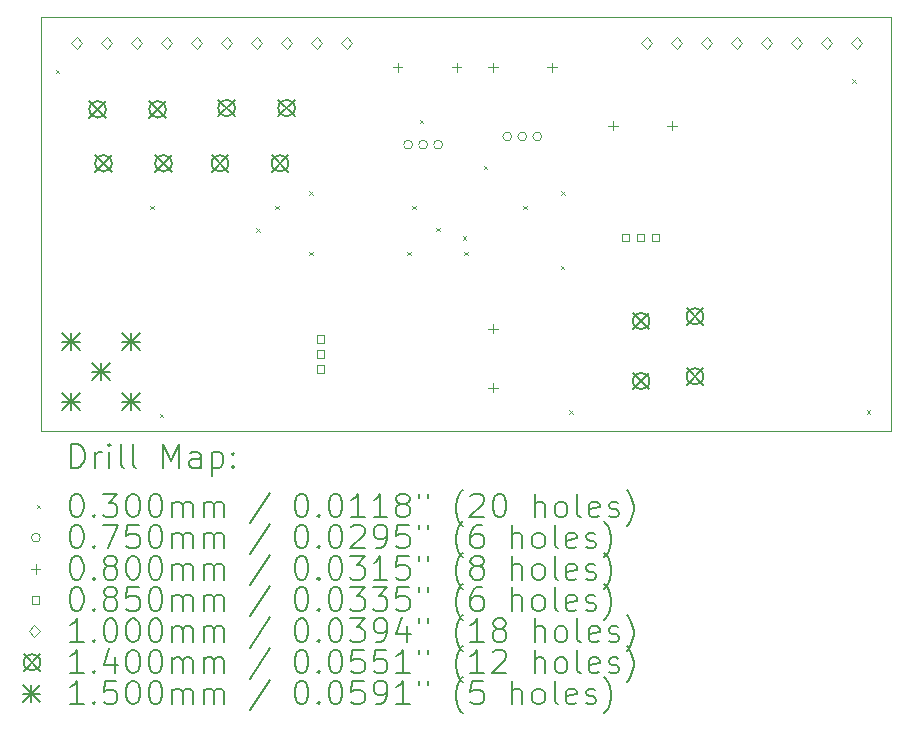
<source format=gbr>
%TF.GenerationSoftware,KiCad,Pcbnew,8.0.0*%
%TF.CreationDate,2025-01-04T20:04:22+01:00*%
%TF.ProjectId,ina2137,696e6132-3133-4372-9e6b-696361645f70,rev?*%
%TF.SameCoordinates,Original*%
%TF.FileFunction,Drillmap*%
%TF.FilePolarity,Positive*%
%FSLAX45Y45*%
G04 Gerber Fmt 4.5, Leading zero omitted, Abs format (unit mm)*
G04 Created by KiCad (PCBNEW 8.0.0) date 2025-01-04 20:04:22*
%MOMM*%
%LPD*%
G01*
G04 APERTURE LIST*
%ADD10C,0.050000*%
%ADD11C,0.200000*%
%ADD12C,0.100000*%
%ADD13C,0.140000*%
%ADD14C,0.150000*%
G04 APERTURE END LIST*
D10*
X10900000Y-7790000D02*
X18100000Y-7790000D01*
X18100000Y-11290000D01*
X10900000Y-11290000D01*
X10900000Y-7790000D01*
D11*
D12*
X11029000Y-8235000D02*
X11059000Y-8265000D01*
X11059000Y-8235000D02*
X11029000Y-8265000D01*
X11829000Y-9388000D02*
X11859000Y-9418000D01*
X11859000Y-9388000D02*
X11829000Y-9418000D01*
X11909000Y-11147000D02*
X11939000Y-11177000D01*
X11939000Y-11147000D02*
X11909000Y-11177000D01*
X12725000Y-9576000D02*
X12755000Y-9606000D01*
X12755000Y-9576000D02*
X12725000Y-9606000D01*
X12885000Y-9388000D02*
X12915000Y-9418000D01*
X12915000Y-9388000D02*
X12885000Y-9418000D01*
X13175000Y-9265000D02*
X13205000Y-9295000D01*
X13205000Y-9265000D02*
X13175000Y-9295000D01*
X13175000Y-9775000D02*
X13205000Y-9805000D01*
X13205000Y-9775000D02*
X13175000Y-9805000D01*
X14005000Y-9775000D02*
X14035000Y-9805000D01*
X14035000Y-9775000D02*
X14005000Y-9805000D01*
X14044000Y-9388000D02*
X14074000Y-9418000D01*
X14074000Y-9388000D02*
X14044000Y-9418000D01*
X14111000Y-8658000D02*
X14141000Y-8688000D01*
X14141000Y-8658000D02*
X14111000Y-8688000D01*
X14250000Y-9571250D02*
X14280000Y-9601250D01*
X14280000Y-9571250D02*
X14250000Y-9601250D01*
X14475000Y-9645000D02*
X14505000Y-9675000D01*
X14505000Y-9645000D02*
X14475000Y-9675000D01*
X14485000Y-9775000D02*
X14515000Y-9805000D01*
X14515000Y-9775000D02*
X14485000Y-9805000D01*
X14651000Y-9046000D02*
X14681000Y-9076000D01*
X14681000Y-9046000D02*
X14651000Y-9076000D01*
X14985000Y-9385000D02*
X15015000Y-9415000D01*
X15015000Y-9385000D02*
X14985000Y-9415000D01*
X15305000Y-9895000D02*
X15335000Y-9925000D01*
X15335000Y-9895000D02*
X15305000Y-9925000D01*
X15307000Y-9265000D02*
X15337000Y-9295000D01*
X15337000Y-9265000D02*
X15307000Y-9295000D01*
X15376000Y-11116000D02*
X15406000Y-11146000D01*
X15406000Y-11116000D02*
X15376000Y-11146000D01*
X17773000Y-8316000D02*
X17803000Y-8346000D01*
X17803000Y-8316000D02*
X17773000Y-8346000D01*
X17896000Y-11117000D02*
X17926000Y-11147000D01*
X17926000Y-11117000D02*
X17896000Y-11147000D01*
X14048500Y-8869000D02*
G75*
G02*
X13973500Y-8869000I-37500J0D01*
G01*
X13973500Y-8869000D02*
G75*
G02*
X14048500Y-8869000I37500J0D01*
G01*
X14175500Y-8869000D02*
G75*
G02*
X14100500Y-8869000I-37500J0D01*
G01*
X14100500Y-8869000D02*
G75*
G02*
X14175500Y-8869000I37500J0D01*
G01*
X14302500Y-8869000D02*
G75*
G02*
X14227500Y-8869000I-37500J0D01*
G01*
X14227500Y-8869000D02*
G75*
G02*
X14302500Y-8869000I37500J0D01*
G01*
X14888500Y-8800000D02*
G75*
G02*
X14813500Y-8800000I-37500J0D01*
G01*
X14813500Y-8800000D02*
G75*
G02*
X14888500Y-8800000I37500J0D01*
G01*
X15015500Y-8800000D02*
G75*
G02*
X14940500Y-8800000I-37500J0D01*
G01*
X14940500Y-8800000D02*
G75*
G02*
X15015500Y-8800000I37500J0D01*
G01*
X15142500Y-8800000D02*
G75*
G02*
X15067500Y-8800000I-37500J0D01*
G01*
X15067500Y-8800000D02*
G75*
G02*
X15142500Y-8800000I37500J0D01*
G01*
X13922000Y-8175000D02*
X13922000Y-8255000D01*
X13882000Y-8215000D02*
X13962000Y-8215000D01*
X14422000Y-8175000D02*
X14422000Y-8255000D01*
X14382000Y-8215000D02*
X14462000Y-8215000D01*
X14729000Y-10387000D02*
X14729000Y-10467000D01*
X14689000Y-10427000D02*
X14769000Y-10427000D01*
X14729000Y-10887000D02*
X14729000Y-10967000D01*
X14689000Y-10927000D02*
X14769000Y-10927000D01*
X14730000Y-8175000D02*
X14730000Y-8255000D01*
X14690000Y-8215000D02*
X14770000Y-8215000D01*
X15230000Y-8175000D02*
X15230000Y-8255000D01*
X15190000Y-8215000D02*
X15270000Y-8215000D01*
X15747000Y-8669000D02*
X15747000Y-8749000D01*
X15707000Y-8709000D02*
X15787000Y-8709000D01*
X16247000Y-8669000D02*
X16247000Y-8749000D01*
X16207000Y-8709000D02*
X16287000Y-8709000D01*
X13301052Y-10544818D02*
X13301052Y-10484714D01*
X13240948Y-10484714D01*
X13240948Y-10544818D01*
X13301052Y-10544818D01*
X13301052Y-10671818D02*
X13301052Y-10611714D01*
X13240948Y-10611714D01*
X13240948Y-10671818D01*
X13301052Y-10671818D01*
X13301052Y-10798818D02*
X13301052Y-10738714D01*
X13240948Y-10738714D01*
X13240948Y-10798818D01*
X13301052Y-10798818D01*
X15879832Y-9685802D02*
X15879832Y-9625698D01*
X15819728Y-9625698D01*
X15819728Y-9685802D01*
X15879832Y-9685802D01*
X16006832Y-9685802D02*
X16006832Y-9625698D01*
X15946728Y-9625698D01*
X15946728Y-9685802D01*
X16006832Y-9685802D01*
X16133832Y-9685802D02*
X16133832Y-9625698D01*
X16073728Y-9625698D01*
X16073728Y-9685802D01*
X16133832Y-9685802D01*
X11204000Y-8060000D02*
X11254000Y-8010000D01*
X11204000Y-7960000D01*
X11154000Y-8010000D01*
X11204000Y-8060000D01*
X11458000Y-8060000D02*
X11508000Y-8010000D01*
X11458000Y-7960000D01*
X11408000Y-8010000D01*
X11458000Y-8060000D01*
X11712000Y-8060000D02*
X11762000Y-8010000D01*
X11712000Y-7960000D01*
X11662000Y-8010000D01*
X11712000Y-8060000D01*
X11966000Y-8060000D02*
X12016000Y-8010000D01*
X11966000Y-7960000D01*
X11916000Y-8010000D01*
X11966000Y-8060000D01*
X12220000Y-8060000D02*
X12270000Y-8010000D01*
X12220000Y-7960000D01*
X12170000Y-8010000D01*
X12220000Y-8060000D01*
X12474000Y-8060000D02*
X12524000Y-8010000D01*
X12474000Y-7960000D01*
X12424000Y-8010000D01*
X12474000Y-8060000D01*
X12728000Y-8060000D02*
X12778000Y-8010000D01*
X12728000Y-7960000D01*
X12678000Y-8010000D01*
X12728000Y-8060000D01*
X12982000Y-8060000D02*
X13032000Y-8010000D01*
X12982000Y-7960000D01*
X12932000Y-8010000D01*
X12982000Y-8060000D01*
X13236000Y-8060000D02*
X13286000Y-8010000D01*
X13236000Y-7960000D01*
X13186000Y-8010000D01*
X13236000Y-8060000D01*
X13490000Y-8060000D02*
X13540000Y-8010000D01*
X13490000Y-7960000D01*
X13440000Y-8010000D01*
X13490000Y-8060000D01*
X16030000Y-8060000D02*
X16080000Y-8010000D01*
X16030000Y-7960000D01*
X15980000Y-8010000D01*
X16030000Y-8060000D01*
X16284000Y-8060000D02*
X16334000Y-8010000D01*
X16284000Y-7960000D01*
X16234000Y-8010000D01*
X16284000Y-8060000D01*
X16538000Y-8060000D02*
X16588000Y-8010000D01*
X16538000Y-7960000D01*
X16488000Y-8010000D01*
X16538000Y-8060000D01*
X16792000Y-8060000D02*
X16842000Y-8010000D01*
X16792000Y-7960000D01*
X16742000Y-8010000D01*
X16792000Y-8060000D01*
X17046000Y-8060000D02*
X17096000Y-8010000D01*
X17046000Y-7960000D01*
X16996000Y-8010000D01*
X17046000Y-8060000D01*
X17300000Y-8060000D02*
X17350000Y-8010000D01*
X17300000Y-7960000D01*
X17250000Y-8010000D01*
X17300000Y-8060000D01*
X17554000Y-8060000D02*
X17604000Y-8010000D01*
X17554000Y-7960000D01*
X17504000Y-8010000D01*
X17554000Y-8060000D01*
X17808000Y-8060000D02*
X17858000Y-8010000D01*
X17808000Y-7960000D01*
X17758000Y-8010000D01*
X17808000Y-8060000D01*
D13*
X11312000Y-8500000D02*
X11452000Y-8640000D01*
X11452000Y-8500000D02*
X11312000Y-8640000D01*
X11452000Y-8570000D02*
G75*
G02*
X11312000Y-8570000I-70000J0D01*
G01*
X11312000Y-8570000D02*
G75*
G02*
X11452000Y-8570000I70000J0D01*
G01*
X11362000Y-8957000D02*
X11502000Y-9097000D01*
X11502000Y-8957000D02*
X11362000Y-9097000D01*
X11502000Y-9027000D02*
G75*
G02*
X11362000Y-9027000I-70000J0D01*
G01*
X11362000Y-9027000D02*
G75*
G02*
X11502000Y-9027000I70000J0D01*
G01*
X11820000Y-8500000D02*
X11960000Y-8640000D01*
X11960000Y-8500000D02*
X11820000Y-8640000D01*
X11960000Y-8570000D02*
G75*
G02*
X11820000Y-8570000I-70000J0D01*
G01*
X11820000Y-8570000D02*
G75*
G02*
X11960000Y-8570000I70000J0D01*
G01*
X11870000Y-8957000D02*
X12010000Y-9097000D01*
X12010000Y-8957000D02*
X11870000Y-9097000D01*
X12010000Y-9027000D02*
G75*
G02*
X11870000Y-9027000I-70000J0D01*
G01*
X11870000Y-9027000D02*
G75*
G02*
X12010000Y-9027000I70000J0D01*
G01*
X12348010Y-8957000D02*
X12488010Y-9097000D01*
X12488010Y-8957000D02*
X12348010Y-9097000D01*
X12488010Y-9027000D02*
G75*
G02*
X12348010Y-9027000I-70000J0D01*
G01*
X12348010Y-9027000D02*
G75*
G02*
X12488010Y-9027000I70000J0D01*
G01*
X12404000Y-8489000D02*
X12544000Y-8629000D01*
X12544000Y-8489000D02*
X12404000Y-8629000D01*
X12544000Y-8559000D02*
G75*
G02*
X12404000Y-8559000I-70000J0D01*
G01*
X12404000Y-8559000D02*
G75*
G02*
X12544000Y-8559000I70000J0D01*
G01*
X12856010Y-8957000D02*
X12996010Y-9097000D01*
X12996010Y-8957000D02*
X12856010Y-9097000D01*
X12996010Y-9027000D02*
G75*
G02*
X12856010Y-9027000I-70000J0D01*
G01*
X12856010Y-9027000D02*
G75*
G02*
X12996010Y-9027000I70000J0D01*
G01*
X12912000Y-8489000D02*
X13052000Y-8629000D01*
X13052000Y-8489000D02*
X12912000Y-8629000D01*
X13052000Y-8559000D02*
G75*
G02*
X12912000Y-8559000I-70000J0D01*
G01*
X12912000Y-8559000D02*
G75*
G02*
X13052000Y-8559000I70000J0D01*
G01*
X15914005Y-10292000D02*
X16054005Y-10432000D01*
X16054005Y-10292000D02*
X15914005Y-10432000D01*
X16054005Y-10362000D02*
G75*
G02*
X15914005Y-10362000I-70000J0D01*
G01*
X15914005Y-10362000D02*
G75*
G02*
X16054005Y-10362000I70000J0D01*
G01*
X15914005Y-10800000D02*
X16054005Y-10940000D01*
X16054005Y-10800000D02*
X15914005Y-10940000D01*
X16054005Y-10870000D02*
G75*
G02*
X15914005Y-10870000I-70000J0D01*
G01*
X15914005Y-10870000D02*
G75*
G02*
X16054005Y-10870000I70000J0D01*
G01*
X16370000Y-10252000D02*
X16510000Y-10392000D01*
X16510000Y-10252000D02*
X16370000Y-10392000D01*
X16510000Y-10322000D02*
G75*
G02*
X16370000Y-10322000I-70000J0D01*
G01*
X16370000Y-10322000D02*
G75*
G02*
X16510000Y-10322000I70000J0D01*
G01*
X16370000Y-10760000D02*
X16510000Y-10900000D01*
X16510000Y-10760000D02*
X16370000Y-10900000D01*
X16510000Y-10830000D02*
G75*
G02*
X16370000Y-10830000I-70000J0D01*
G01*
X16370000Y-10830000D02*
G75*
G02*
X16510000Y-10830000I70000J0D01*
G01*
D14*
X11085000Y-10461000D02*
X11235000Y-10611000D01*
X11235000Y-10461000D02*
X11085000Y-10611000D01*
X11160000Y-10461000D02*
X11160000Y-10611000D01*
X11085000Y-10536000D02*
X11235000Y-10536000D01*
X11085000Y-10969000D02*
X11235000Y-11119000D01*
X11235000Y-10969000D02*
X11085000Y-11119000D01*
X11160000Y-10969000D02*
X11160000Y-11119000D01*
X11085000Y-11044000D02*
X11235000Y-11044000D01*
X11339000Y-10715000D02*
X11489000Y-10865000D01*
X11489000Y-10715000D02*
X11339000Y-10865000D01*
X11414000Y-10715000D02*
X11414000Y-10865000D01*
X11339000Y-10790000D02*
X11489000Y-10790000D01*
X11593000Y-10461000D02*
X11743000Y-10611000D01*
X11743000Y-10461000D02*
X11593000Y-10611000D01*
X11668000Y-10461000D02*
X11668000Y-10611000D01*
X11593000Y-10536000D02*
X11743000Y-10536000D01*
X11593000Y-10969000D02*
X11743000Y-11119000D01*
X11743000Y-10969000D02*
X11593000Y-11119000D01*
X11668000Y-10969000D02*
X11668000Y-11119000D01*
X11593000Y-11044000D02*
X11743000Y-11044000D01*
D11*
X11158277Y-11603984D02*
X11158277Y-11403984D01*
X11158277Y-11403984D02*
X11205896Y-11403984D01*
X11205896Y-11403984D02*
X11234467Y-11413508D01*
X11234467Y-11413508D02*
X11253515Y-11432555D01*
X11253515Y-11432555D02*
X11263039Y-11451603D01*
X11263039Y-11451603D02*
X11272562Y-11489698D01*
X11272562Y-11489698D02*
X11272562Y-11518269D01*
X11272562Y-11518269D02*
X11263039Y-11556365D01*
X11263039Y-11556365D02*
X11253515Y-11575412D01*
X11253515Y-11575412D02*
X11234467Y-11594460D01*
X11234467Y-11594460D02*
X11205896Y-11603984D01*
X11205896Y-11603984D02*
X11158277Y-11603984D01*
X11358277Y-11603984D02*
X11358277Y-11470650D01*
X11358277Y-11508746D02*
X11367801Y-11489698D01*
X11367801Y-11489698D02*
X11377324Y-11480174D01*
X11377324Y-11480174D02*
X11396372Y-11470650D01*
X11396372Y-11470650D02*
X11415420Y-11470650D01*
X11482086Y-11603984D02*
X11482086Y-11470650D01*
X11482086Y-11403984D02*
X11472562Y-11413508D01*
X11472562Y-11413508D02*
X11482086Y-11423031D01*
X11482086Y-11423031D02*
X11491610Y-11413508D01*
X11491610Y-11413508D02*
X11482086Y-11403984D01*
X11482086Y-11403984D02*
X11482086Y-11423031D01*
X11605896Y-11603984D02*
X11586848Y-11594460D01*
X11586848Y-11594460D02*
X11577324Y-11575412D01*
X11577324Y-11575412D02*
X11577324Y-11403984D01*
X11710658Y-11603984D02*
X11691610Y-11594460D01*
X11691610Y-11594460D02*
X11682086Y-11575412D01*
X11682086Y-11575412D02*
X11682086Y-11403984D01*
X11939229Y-11603984D02*
X11939229Y-11403984D01*
X11939229Y-11403984D02*
X12005896Y-11546841D01*
X12005896Y-11546841D02*
X12072562Y-11403984D01*
X12072562Y-11403984D02*
X12072562Y-11603984D01*
X12253515Y-11603984D02*
X12253515Y-11499222D01*
X12253515Y-11499222D02*
X12243991Y-11480174D01*
X12243991Y-11480174D02*
X12224943Y-11470650D01*
X12224943Y-11470650D02*
X12186848Y-11470650D01*
X12186848Y-11470650D02*
X12167801Y-11480174D01*
X12253515Y-11594460D02*
X12234467Y-11603984D01*
X12234467Y-11603984D02*
X12186848Y-11603984D01*
X12186848Y-11603984D02*
X12167801Y-11594460D01*
X12167801Y-11594460D02*
X12158277Y-11575412D01*
X12158277Y-11575412D02*
X12158277Y-11556365D01*
X12158277Y-11556365D02*
X12167801Y-11537317D01*
X12167801Y-11537317D02*
X12186848Y-11527793D01*
X12186848Y-11527793D02*
X12234467Y-11527793D01*
X12234467Y-11527793D02*
X12253515Y-11518269D01*
X12348753Y-11470650D02*
X12348753Y-11670650D01*
X12348753Y-11480174D02*
X12367801Y-11470650D01*
X12367801Y-11470650D02*
X12405896Y-11470650D01*
X12405896Y-11470650D02*
X12424943Y-11480174D01*
X12424943Y-11480174D02*
X12434467Y-11489698D01*
X12434467Y-11489698D02*
X12443991Y-11508746D01*
X12443991Y-11508746D02*
X12443991Y-11565888D01*
X12443991Y-11565888D02*
X12434467Y-11584936D01*
X12434467Y-11584936D02*
X12424943Y-11594460D01*
X12424943Y-11594460D02*
X12405896Y-11603984D01*
X12405896Y-11603984D02*
X12367801Y-11603984D01*
X12367801Y-11603984D02*
X12348753Y-11594460D01*
X12529705Y-11584936D02*
X12539229Y-11594460D01*
X12539229Y-11594460D02*
X12529705Y-11603984D01*
X12529705Y-11603984D02*
X12520182Y-11594460D01*
X12520182Y-11594460D02*
X12529705Y-11584936D01*
X12529705Y-11584936D02*
X12529705Y-11603984D01*
X12529705Y-11480174D02*
X12539229Y-11489698D01*
X12539229Y-11489698D02*
X12529705Y-11499222D01*
X12529705Y-11499222D02*
X12520182Y-11489698D01*
X12520182Y-11489698D02*
X12529705Y-11480174D01*
X12529705Y-11480174D02*
X12529705Y-11499222D01*
D12*
X10867500Y-11917500D02*
X10897500Y-11947500D01*
X10897500Y-11917500D02*
X10867500Y-11947500D01*
D11*
X11196372Y-11823984D02*
X11215420Y-11823984D01*
X11215420Y-11823984D02*
X11234467Y-11833508D01*
X11234467Y-11833508D02*
X11243991Y-11843031D01*
X11243991Y-11843031D02*
X11253515Y-11862079D01*
X11253515Y-11862079D02*
X11263039Y-11900174D01*
X11263039Y-11900174D02*
X11263039Y-11947793D01*
X11263039Y-11947793D02*
X11253515Y-11985888D01*
X11253515Y-11985888D02*
X11243991Y-12004936D01*
X11243991Y-12004936D02*
X11234467Y-12014460D01*
X11234467Y-12014460D02*
X11215420Y-12023984D01*
X11215420Y-12023984D02*
X11196372Y-12023984D01*
X11196372Y-12023984D02*
X11177324Y-12014460D01*
X11177324Y-12014460D02*
X11167801Y-12004936D01*
X11167801Y-12004936D02*
X11158277Y-11985888D01*
X11158277Y-11985888D02*
X11148753Y-11947793D01*
X11148753Y-11947793D02*
X11148753Y-11900174D01*
X11148753Y-11900174D02*
X11158277Y-11862079D01*
X11158277Y-11862079D02*
X11167801Y-11843031D01*
X11167801Y-11843031D02*
X11177324Y-11833508D01*
X11177324Y-11833508D02*
X11196372Y-11823984D01*
X11348753Y-12004936D02*
X11358277Y-12014460D01*
X11358277Y-12014460D02*
X11348753Y-12023984D01*
X11348753Y-12023984D02*
X11339229Y-12014460D01*
X11339229Y-12014460D02*
X11348753Y-12004936D01*
X11348753Y-12004936D02*
X11348753Y-12023984D01*
X11424943Y-11823984D02*
X11548753Y-11823984D01*
X11548753Y-11823984D02*
X11482086Y-11900174D01*
X11482086Y-11900174D02*
X11510658Y-11900174D01*
X11510658Y-11900174D02*
X11529705Y-11909698D01*
X11529705Y-11909698D02*
X11539229Y-11919222D01*
X11539229Y-11919222D02*
X11548753Y-11938269D01*
X11548753Y-11938269D02*
X11548753Y-11985888D01*
X11548753Y-11985888D02*
X11539229Y-12004936D01*
X11539229Y-12004936D02*
X11529705Y-12014460D01*
X11529705Y-12014460D02*
X11510658Y-12023984D01*
X11510658Y-12023984D02*
X11453515Y-12023984D01*
X11453515Y-12023984D02*
X11434467Y-12014460D01*
X11434467Y-12014460D02*
X11424943Y-12004936D01*
X11672562Y-11823984D02*
X11691610Y-11823984D01*
X11691610Y-11823984D02*
X11710658Y-11833508D01*
X11710658Y-11833508D02*
X11720182Y-11843031D01*
X11720182Y-11843031D02*
X11729705Y-11862079D01*
X11729705Y-11862079D02*
X11739229Y-11900174D01*
X11739229Y-11900174D02*
X11739229Y-11947793D01*
X11739229Y-11947793D02*
X11729705Y-11985888D01*
X11729705Y-11985888D02*
X11720182Y-12004936D01*
X11720182Y-12004936D02*
X11710658Y-12014460D01*
X11710658Y-12014460D02*
X11691610Y-12023984D01*
X11691610Y-12023984D02*
X11672562Y-12023984D01*
X11672562Y-12023984D02*
X11653515Y-12014460D01*
X11653515Y-12014460D02*
X11643991Y-12004936D01*
X11643991Y-12004936D02*
X11634467Y-11985888D01*
X11634467Y-11985888D02*
X11624943Y-11947793D01*
X11624943Y-11947793D02*
X11624943Y-11900174D01*
X11624943Y-11900174D02*
X11634467Y-11862079D01*
X11634467Y-11862079D02*
X11643991Y-11843031D01*
X11643991Y-11843031D02*
X11653515Y-11833508D01*
X11653515Y-11833508D02*
X11672562Y-11823984D01*
X11863039Y-11823984D02*
X11882086Y-11823984D01*
X11882086Y-11823984D02*
X11901134Y-11833508D01*
X11901134Y-11833508D02*
X11910658Y-11843031D01*
X11910658Y-11843031D02*
X11920182Y-11862079D01*
X11920182Y-11862079D02*
X11929705Y-11900174D01*
X11929705Y-11900174D02*
X11929705Y-11947793D01*
X11929705Y-11947793D02*
X11920182Y-11985888D01*
X11920182Y-11985888D02*
X11910658Y-12004936D01*
X11910658Y-12004936D02*
X11901134Y-12014460D01*
X11901134Y-12014460D02*
X11882086Y-12023984D01*
X11882086Y-12023984D02*
X11863039Y-12023984D01*
X11863039Y-12023984D02*
X11843991Y-12014460D01*
X11843991Y-12014460D02*
X11834467Y-12004936D01*
X11834467Y-12004936D02*
X11824943Y-11985888D01*
X11824943Y-11985888D02*
X11815420Y-11947793D01*
X11815420Y-11947793D02*
X11815420Y-11900174D01*
X11815420Y-11900174D02*
X11824943Y-11862079D01*
X11824943Y-11862079D02*
X11834467Y-11843031D01*
X11834467Y-11843031D02*
X11843991Y-11833508D01*
X11843991Y-11833508D02*
X11863039Y-11823984D01*
X12015420Y-12023984D02*
X12015420Y-11890650D01*
X12015420Y-11909698D02*
X12024943Y-11900174D01*
X12024943Y-11900174D02*
X12043991Y-11890650D01*
X12043991Y-11890650D02*
X12072563Y-11890650D01*
X12072563Y-11890650D02*
X12091610Y-11900174D01*
X12091610Y-11900174D02*
X12101134Y-11919222D01*
X12101134Y-11919222D02*
X12101134Y-12023984D01*
X12101134Y-11919222D02*
X12110658Y-11900174D01*
X12110658Y-11900174D02*
X12129705Y-11890650D01*
X12129705Y-11890650D02*
X12158277Y-11890650D01*
X12158277Y-11890650D02*
X12177324Y-11900174D01*
X12177324Y-11900174D02*
X12186848Y-11919222D01*
X12186848Y-11919222D02*
X12186848Y-12023984D01*
X12282086Y-12023984D02*
X12282086Y-11890650D01*
X12282086Y-11909698D02*
X12291610Y-11900174D01*
X12291610Y-11900174D02*
X12310658Y-11890650D01*
X12310658Y-11890650D02*
X12339229Y-11890650D01*
X12339229Y-11890650D02*
X12358277Y-11900174D01*
X12358277Y-11900174D02*
X12367801Y-11919222D01*
X12367801Y-11919222D02*
X12367801Y-12023984D01*
X12367801Y-11919222D02*
X12377324Y-11900174D01*
X12377324Y-11900174D02*
X12396372Y-11890650D01*
X12396372Y-11890650D02*
X12424943Y-11890650D01*
X12424943Y-11890650D02*
X12443991Y-11900174D01*
X12443991Y-11900174D02*
X12453515Y-11919222D01*
X12453515Y-11919222D02*
X12453515Y-12023984D01*
X12843991Y-11814460D02*
X12672563Y-12071603D01*
X13101134Y-11823984D02*
X13120182Y-11823984D01*
X13120182Y-11823984D02*
X13139229Y-11833508D01*
X13139229Y-11833508D02*
X13148753Y-11843031D01*
X13148753Y-11843031D02*
X13158277Y-11862079D01*
X13158277Y-11862079D02*
X13167801Y-11900174D01*
X13167801Y-11900174D02*
X13167801Y-11947793D01*
X13167801Y-11947793D02*
X13158277Y-11985888D01*
X13158277Y-11985888D02*
X13148753Y-12004936D01*
X13148753Y-12004936D02*
X13139229Y-12014460D01*
X13139229Y-12014460D02*
X13120182Y-12023984D01*
X13120182Y-12023984D02*
X13101134Y-12023984D01*
X13101134Y-12023984D02*
X13082086Y-12014460D01*
X13082086Y-12014460D02*
X13072563Y-12004936D01*
X13072563Y-12004936D02*
X13063039Y-11985888D01*
X13063039Y-11985888D02*
X13053515Y-11947793D01*
X13053515Y-11947793D02*
X13053515Y-11900174D01*
X13053515Y-11900174D02*
X13063039Y-11862079D01*
X13063039Y-11862079D02*
X13072563Y-11843031D01*
X13072563Y-11843031D02*
X13082086Y-11833508D01*
X13082086Y-11833508D02*
X13101134Y-11823984D01*
X13253515Y-12004936D02*
X13263039Y-12014460D01*
X13263039Y-12014460D02*
X13253515Y-12023984D01*
X13253515Y-12023984D02*
X13243991Y-12014460D01*
X13243991Y-12014460D02*
X13253515Y-12004936D01*
X13253515Y-12004936D02*
X13253515Y-12023984D01*
X13386848Y-11823984D02*
X13405896Y-11823984D01*
X13405896Y-11823984D02*
X13424944Y-11833508D01*
X13424944Y-11833508D02*
X13434467Y-11843031D01*
X13434467Y-11843031D02*
X13443991Y-11862079D01*
X13443991Y-11862079D02*
X13453515Y-11900174D01*
X13453515Y-11900174D02*
X13453515Y-11947793D01*
X13453515Y-11947793D02*
X13443991Y-11985888D01*
X13443991Y-11985888D02*
X13434467Y-12004936D01*
X13434467Y-12004936D02*
X13424944Y-12014460D01*
X13424944Y-12014460D02*
X13405896Y-12023984D01*
X13405896Y-12023984D02*
X13386848Y-12023984D01*
X13386848Y-12023984D02*
X13367801Y-12014460D01*
X13367801Y-12014460D02*
X13358277Y-12004936D01*
X13358277Y-12004936D02*
X13348753Y-11985888D01*
X13348753Y-11985888D02*
X13339229Y-11947793D01*
X13339229Y-11947793D02*
X13339229Y-11900174D01*
X13339229Y-11900174D02*
X13348753Y-11862079D01*
X13348753Y-11862079D02*
X13358277Y-11843031D01*
X13358277Y-11843031D02*
X13367801Y-11833508D01*
X13367801Y-11833508D02*
X13386848Y-11823984D01*
X13643991Y-12023984D02*
X13529706Y-12023984D01*
X13586848Y-12023984D02*
X13586848Y-11823984D01*
X13586848Y-11823984D02*
X13567801Y-11852555D01*
X13567801Y-11852555D02*
X13548753Y-11871603D01*
X13548753Y-11871603D02*
X13529706Y-11881127D01*
X13834467Y-12023984D02*
X13720182Y-12023984D01*
X13777325Y-12023984D02*
X13777325Y-11823984D01*
X13777325Y-11823984D02*
X13758277Y-11852555D01*
X13758277Y-11852555D02*
X13739229Y-11871603D01*
X13739229Y-11871603D02*
X13720182Y-11881127D01*
X13948753Y-11909698D02*
X13929706Y-11900174D01*
X13929706Y-11900174D02*
X13920182Y-11890650D01*
X13920182Y-11890650D02*
X13910658Y-11871603D01*
X13910658Y-11871603D02*
X13910658Y-11862079D01*
X13910658Y-11862079D02*
X13920182Y-11843031D01*
X13920182Y-11843031D02*
X13929706Y-11833508D01*
X13929706Y-11833508D02*
X13948753Y-11823984D01*
X13948753Y-11823984D02*
X13986848Y-11823984D01*
X13986848Y-11823984D02*
X14005896Y-11833508D01*
X14005896Y-11833508D02*
X14015420Y-11843031D01*
X14015420Y-11843031D02*
X14024944Y-11862079D01*
X14024944Y-11862079D02*
X14024944Y-11871603D01*
X14024944Y-11871603D02*
X14015420Y-11890650D01*
X14015420Y-11890650D02*
X14005896Y-11900174D01*
X14005896Y-11900174D02*
X13986848Y-11909698D01*
X13986848Y-11909698D02*
X13948753Y-11909698D01*
X13948753Y-11909698D02*
X13929706Y-11919222D01*
X13929706Y-11919222D02*
X13920182Y-11928746D01*
X13920182Y-11928746D02*
X13910658Y-11947793D01*
X13910658Y-11947793D02*
X13910658Y-11985888D01*
X13910658Y-11985888D02*
X13920182Y-12004936D01*
X13920182Y-12004936D02*
X13929706Y-12014460D01*
X13929706Y-12014460D02*
X13948753Y-12023984D01*
X13948753Y-12023984D02*
X13986848Y-12023984D01*
X13986848Y-12023984D02*
X14005896Y-12014460D01*
X14005896Y-12014460D02*
X14015420Y-12004936D01*
X14015420Y-12004936D02*
X14024944Y-11985888D01*
X14024944Y-11985888D02*
X14024944Y-11947793D01*
X14024944Y-11947793D02*
X14015420Y-11928746D01*
X14015420Y-11928746D02*
X14005896Y-11919222D01*
X14005896Y-11919222D02*
X13986848Y-11909698D01*
X14101134Y-11823984D02*
X14101134Y-11862079D01*
X14177325Y-11823984D02*
X14177325Y-11862079D01*
X14472563Y-12100174D02*
X14463039Y-12090650D01*
X14463039Y-12090650D02*
X14443991Y-12062079D01*
X14443991Y-12062079D02*
X14434468Y-12043031D01*
X14434468Y-12043031D02*
X14424944Y-12014460D01*
X14424944Y-12014460D02*
X14415420Y-11966841D01*
X14415420Y-11966841D02*
X14415420Y-11928746D01*
X14415420Y-11928746D02*
X14424944Y-11881127D01*
X14424944Y-11881127D02*
X14434468Y-11852555D01*
X14434468Y-11852555D02*
X14443991Y-11833508D01*
X14443991Y-11833508D02*
X14463039Y-11804936D01*
X14463039Y-11804936D02*
X14472563Y-11795412D01*
X14539229Y-11843031D02*
X14548753Y-11833508D01*
X14548753Y-11833508D02*
X14567801Y-11823984D01*
X14567801Y-11823984D02*
X14615420Y-11823984D01*
X14615420Y-11823984D02*
X14634468Y-11833508D01*
X14634468Y-11833508D02*
X14643991Y-11843031D01*
X14643991Y-11843031D02*
X14653515Y-11862079D01*
X14653515Y-11862079D02*
X14653515Y-11881127D01*
X14653515Y-11881127D02*
X14643991Y-11909698D01*
X14643991Y-11909698D02*
X14529706Y-12023984D01*
X14529706Y-12023984D02*
X14653515Y-12023984D01*
X14777325Y-11823984D02*
X14796372Y-11823984D01*
X14796372Y-11823984D02*
X14815420Y-11833508D01*
X14815420Y-11833508D02*
X14824944Y-11843031D01*
X14824944Y-11843031D02*
X14834468Y-11862079D01*
X14834468Y-11862079D02*
X14843991Y-11900174D01*
X14843991Y-11900174D02*
X14843991Y-11947793D01*
X14843991Y-11947793D02*
X14834468Y-11985888D01*
X14834468Y-11985888D02*
X14824944Y-12004936D01*
X14824944Y-12004936D02*
X14815420Y-12014460D01*
X14815420Y-12014460D02*
X14796372Y-12023984D01*
X14796372Y-12023984D02*
X14777325Y-12023984D01*
X14777325Y-12023984D02*
X14758277Y-12014460D01*
X14758277Y-12014460D02*
X14748753Y-12004936D01*
X14748753Y-12004936D02*
X14739229Y-11985888D01*
X14739229Y-11985888D02*
X14729706Y-11947793D01*
X14729706Y-11947793D02*
X14729706Y-11900174D01*
X14729706Y-11900174D02*
X14739229Y-11862079D01*
X14739229Y-11862079D02*
X14748753Y-11843031D01*
X14748753Y-11843031D02*
X14758277Y-11833508D01*
X14758277Y-11833508D02*
X14777325Y-11823984D01*
X15082087Y-12023984D02*
X15082087Y-11823984D01*
X15167801Y-12023984D02*
X15167801Y-11919222D01*
X15167801Y-11919222D02*
X15158277Y-11900174D01*
X15158277Y-11900174D02*
X15139230Y-11890650D01*
X15139230Y-11890650D02*
X15110658Y-11890650D01*
X15110658Y-11890650D02*
X15091610Y-11900174D01*
X15091610Y-11900174D02*
X15082087Y-11909698D01*
X15291610Y-12023984D02*
X15272563Y-12014460D01*
X15272563Y-12014460D02*
X15263039Y-12004936D01*
X15263039Y-12004936D02*
X15253515Y-11985888D01*
X15253515Y-11985888D02*
X15253515Y-11928746D01*
X15253515Y-11928746D02*
X15263039Y-11909698D01*
X15263039Y-11909698D02*
X15272563Y-11900174D01*
X15272563Y-11900174D02*
X15291610Y-11890650D01*
X15291610Y-11890650D02*
X15320182Y-11890650D01*
X15320182Y-11890650D02*
X15339230Y-11900174D01*
X15339230Y-11900174D02*
X15348753Y-11909698D01*
X15348753Y-11909698D02*
X15358277Y-11928746D01*
X15358277Y-11928746D02*
X15358277Y-11985888D01*
X15358277Y-11985888D02*
X15348753Y-12004936D01*
X15348753Y-12004936D02*
X15339230Y-12014460D01*
X15339230Y-12014460D02*
X15320182Y-12023984D01*
X15320182Y-12023984D02*
X15291610Y-12023984D01*
X15472563Y-12023984D02*
X15453515Y-12014460D01*
X15453515Y-12014460D02*
X15443991Y-11995412D01*
X15443991Y-11995412D02*
X15443991Y-11823984D01*
X15624944Y-12014460D02*
X15605896Y-12023984D01*
X15605896Y-12023984D02*
X15567801Y-12023984D01*
X15567801Y-12023984D02*
X15548753Y-12014460D01*
X15548753Y-12014460D02*
X15539230Y-11995412D01*
X15539230Y-11995412D02*
X15539230Y-11919222D01*
X15539230Y-11919222D02*
X15548753Y-11900174D01*
X15548753Y-11900174D02*
X15567801Y-11890650D01*
X15567801Y-11890650D02*
X15605896Y-11890650D01*
X15605896Y-11890650D02*
X15624944Y-11900174D01*
X15624944Y-11900174D02*
X15634468Y-11919222D01*
X15634468Y-11919222D02*
X15634468Y-11938269D01*
X15634468Y-11938269D02*
X15539230Y-11957317D01*
X15710658Y-12014460D02*
X15729706Y-12023984D01*
X15729706Y-12023984D02*
X15767801Y-12023984D01*
X15767801Y-12023984D02*
X15786849Y-12014460D01*
X15786849Y-12014460D02*
X15796372Y-11995412D01*
X15796372Y-11995412D02*
X15796372Y-11985888D01*
X15796372Y-11985888D02*
X15786849Y-11966841D01*
X15786849Y-11966841D02*
X15767801Y-11957317D01*
X15767801Y-11957317D02*
X15739230Y-11957317D01*
X15739230Y-11957317D02*
X15720182Y-11947793D01*
X15720182Y-11947793D02*
X15710658Y-11928746D01*
X15710658Y-11928746D02*
X15710658Y-11919222D01*
X15710658Y-11919222D02*
X15720182Y-11900174D01*
X15720182Y-11900174D02*
X15739230Y-11890650D01*
X15739230Y-11890650D02*
X15767801Y-11890650D01*
X15767801Y-11890650D02*
X15786849Y-11900174D01*
X15863039Y-12100174D02*
X15872563Y-12090650D01*
X15872563Y-12090650D02*
X15891611Y-12062079D01*
X15891611Y-12062079D02*
X15901134Y-12043031D01*
X15901134Y-12043031D02*
X15910658Y-12014460D01*
X15910658Y-12014460D02*
X15920182Y-11966841D01*
X15920182Y-11966841D02*
X15920182Y-11928746D01*
X15920182Y-11928746D02*
X15910658Y-11881127D01*
X15910658Y-11881127D02*
X15901134Y-11852555D01*
X15901134Y-11852555D02*
X15891611Y-11833508D01*
X15891611Y-11833508D02*
X15872563Y-11804936D01*
X15872563Y-11804936D02*
X15863039Y-11795412D01*
D12*
X10897500Y-12196500D02*
G75*
G02*
X10822500Y-12196500I-37500J0D01*
G01*
X10822500Y-12196500D02*
G75*
G02*
X10897500Y-12196500I37500J0D01*
G01*
D11*
X11196372Y-12087984D02*
X11215420Y-12087984D01*
X11215420Y-12087984D02*
X11234467Y-12097508D01*
X11234467Y-12097508D02*
X11243991Y-12107031D01*
X11243991Y-12107031D02*
X11253515Y-12126079D01*
X11253515Y-12126079D02*
X11263039Y-12164174D01*
X11263039Y-12164174D02*
X11263039Y-12211793D01*
X11263039Y-12211793D02*
X11253515Y-12249888D01*
X11253515Y-12249888D02*
X11243991Y-12268936D01*
X11243991Y-12268936D02*
X11234467Y-12278460D01*
X11234467Y-12278460D02*
X11215420Y-12287984D01*
X11215420Y-12287984D02*
X11196372Y-12287984D01*
X11196372Y-12287984D02*
X11177324Y-12278460D01*
X11177324Y-12278460D02*
X11167801Y-12268936D01*
X11167801Y-12268936D02*
X11158277Y-12249888D01*
X11158277Y-12249888D02*
X11148753Y-12211793D01*
X11148753Y-12211793D02*
X11148753Y-12164174D01*
X11148753Y-12164174D02*
X11158277Y-12126079D01*
X11158277Y-12126079D02*
X11167801Y-12107031D01*
X11167801Y-12107031D02*
X11177324Y-12097508D01*
X11177324Y-12097508D02*
X11196372Y-12087984D01*
X11348753Y-12268936D02*
X11358277Y-12278460D01*
X11358277Y-12278460D02*
X11348753Y-12287984D01*
X11348753Y-12287984D02*
X11339229Y-12278460D01*
X11339229Y-12278460D02*
X11348753Y-12268936D01*
X11348753Y-12268936D02*
X11348753Y-12287984D01*
X11424943Y-12087984D02*
X11558277Y-12087984D01*
X11558277Y-12087984D02*
X11472562Y-12287984D01*
X11729705Y-12087984D02*
X11634467Y-12087984D01*
X11634467Y-12087984D02*
X11624943Y-12183222D01*
X11624943Y-12183222D02*
X11634467Y-12173698D01*
X11634467Y-12173698D02*
X11653515Y-12164174D01*
X11653515Y-12164174D02*
X11701134Y-12164174D01*
X11701134Y-12164174D02*
X11720182Y-12173698D01*
X11720182Y-12173698D02*
X11729705Y-12183222D01*
X11729705Y-12183222D02*
X11739229Y-12202269D01*
X11739229Y-12202269D02*
X11739229Y-12249888D01*
X11739229Y-12249888D02*
X11729705Y-12268936D01*
X11729705Y-12268936D02*
X11720182Y-12278460D01*
X11720182Y-12278460D02*
X11701134Y-12287984D01*
X11701134Y-12287984D02*
X11653515Y-12287984D01*
X11653515Y-12287984D02*
X11634467Y-12278460D01*
X11634467Y-12278460D02*
X11624943Y-12268936D01*
X11863039Y-12087984D02*
X11882086Y-12087984D01*
X11882086Y-12087984D02*
X11901134Y-12097508D01*
X11901134Y-12097508D02*
X11910658Y-12107031D01*
X11910658Y-12107031D02*
X11920182Y-12126079D01*
X11920182Y-12126079D02*
X11929705Y-12164174D01*
X11929705Y-12164174D02*
X11929705Y-12211793D01*
X11929705Y-12211793D02*
X11920182Y-12249888D01*
X11920182Y-12249888D02*
X11910658Y-12268936D01*
X11910658Y-12268936D02*
X11901134Y-12278460D01*
X11901134Y-12278460D02*
X11882086Y-12287984D01*
X11882086Y-12287984D02*
X11863039Y-12287984D01*
X11863039Y-12287984D02*
X11843991Y-12278460D01*
X11843991Y-12278460D02*
X11834467Y-12268936D01*
X11834467Y-12268936D02*
X11824943Y-12249888D01*
X11824943Y-12249888D02*
X11815420Y-12211793D01*
X11815420Y-12211793D02*
X11815420Y-12164174D01*
X11815420Y-12164174D02*
X11824943Y-12126079D01*
X11824943Y-12126079D02*
X11834467Y-12107031D01*
X11834467Y-12107031D02*
X11843991Y-12097508D01*
X11843991Y-12097508D02*
X11863039Y-12087984D01*
X12015420Y-12287984D02*
X12015420Y-12154650D01*
X12015420Y-12173698D02*
X12024943Y-12164174D01*
X12024943Y-12164174D02*
X12043991Y-12154650D01*
X12043991Y-12154650D02*
X12072563Y-12154650D01*
X12072563Y-12154650D02*
X12091610Y-12164174D01*
X12091610Y-12164174D02*
X12101134Y-12183222D01*
X12101134Y-12183222D02*
X12101134Y-12287984D01*
X12101134Y-12183222D02*
X12110658Y-12164174D01*
X12110658Y-12164174D02*
X12129705Y-12154650D01*
X12129705Y-12154650D02*
X12158277Y-12154650D01*
X12158277Y-12154650D02*
X12177324Y-12164174D01*
X12177324Y-12164174D02*
X12186848Y-12183222D01*
X12186848Y-12183222D02*
X12186848Y-12287984D01*
X12282086Y-12287984D02*
X12282086Y-12154650D01*
X12282086Y-12173698D02*
X12291610Y-12164174D01*
X12291610Y-12164174D02*
X12310658Y-12154650D01*
X12310658Y-12154650D02*
X12339229Y-12154650D01*
X12339229Y-12154650D02*
X12358277Y-12164174D01*
X12358277Y-12164174D02*
X12367801Y-12183222D01*
X12367801Y-12183222D02*
X12367801Y-12287984D01*
X12367801Y-12183222D02*
X12377324Y-12164174D01*
X12377324Y-12164174D02*
X12396372Y-12154650D01*
X12396372Y-12154650D02*
X12424943Y-12154650D01*
X12424943Y-12154650D02*
X12443991Y-12164174D01*
X12443991Y-12164174D02*
X12453515Y-12183222D01*
X12453515Y-12183222D02*
X12453515Y-12287984D01*
X12843991Y-12078460D02*
X12672563Y-12335603D01*
X13101134Y-12087984D02*
X13120182Y-12087984D01*
X13120182Y-12087984D02*
X13139229Y-12097508D01*
X13139229Y-12097508D02*
X13148753Y-12107031D01*
X13148753Y-12107031D02*
X13158277Y-12126079D01*
X13158277Y-12126079D02*
X13167801Y-12164174D01*
X13167801Y-12164174D02*
X13167801Y-12211793D01*
X13167801Y-12211793D02*
X13158277Y-12249888D01*
X13158277Y-12249888D02*
X13148753Y-12268936D01*
X13148753Y-12268936D02*
X13139229Y-12278460D01*
X13139229Y-12278460D02*
X13120182Y-12287984D01*
X13120182Y-12287984D02*
X13101134Y-12287984D01*
X13101134Y-12287984D02*
X13082086Y-12278460D01*
X13082086Y-12278460D02*
X13072563Y-12268936D01*
X13072563Y-12268936D02*
X13063039Y-12249888D01*
X13063039Y-12249888D02*
X13053515Y-12211793D01*
X13053515Y-12211793D02*
X13053515Y-12164174D01*
X13053515Y-12164174D02*
X13063039Y-12126079D01*
X13063039Y-12126079D02*
X13072563Y-12107031D01*
X13072563Y-12107031D02*
X13082086Y-12097508D01*
X13082086Y-12097508D02*
X13101134Y-12087984D01*
X13253515Y-12268936D02*
X13263039Y-12278460D01*
X13263039Y-12278460D02*
X13253515Y-12287984D01*
X13253515Y-12287984D02*
X13243991Y-12278460D01*
X13243991Y-12278460D02*
X13253515Y-12268936D01*
X13253515Y-12268936D02*
X13253515Y-12287984D01*
X13386848Y-12087984D02*
X13405896Y-12087984D01*
X13405896Y-12087984D02*
X13424944Y-12097508D01*
X13424944Y-12097508D02*
X13434467Y-12107031D01*
X13434467Y-12107031D02*
X13443991Y-12126079D01*
X13443991Y-12126079D02*
X13453515Y-12164174D01*
X13453515Y-12164174D02*
X13453515Y-12211793D01*
X13453515Y-12211793D02*
X13443991Y-12249888D01*
X13443991Y-12249888D02*
X13434467Y-12268936D01*
X13434467Y-12268936D02*
X13424944Y-12278460D01*
X13424944Y-12278460D02*
X13405896Y-12287984D01*
X13405896Y-12287984D02*
X13386848Y-12287984D01*
X13386848Y-12287984D02*
X13367801Y-12278460D01*
X13367801Y-12278460D02*
X13358277Y-12268936D01*
X13358277Y-12268936D02*
X13348753Y-12249888D01*
X13348753Y-12249888D02*
X13339229Y-12211793D01*
X13339229Y-12211793D02*
X13339229Y-12164174D01*
X13339229Y-12164174D02*
X13348753Y-12126079D01*
X13348753Y-12126079D02*
X13358277Y-12107031D01*
X13358277Y-12107031D02*
X13367801Y-12097508D01*
X13367801Y-12097508D02*
X13386848Y-12087984D01*
X13529706Y-12107031D02*
X13539229Y-12097508D01*
X13539229Y-12097508D02*
X13558277Y-12087984D01*
X13558277Y-12087984D02*
X13605896Y-12087984D01*
X13605896Y-12087984D02*
X13624944Y-12097508D01*
X13624944Y-12097508D02*
X13634467Y-12107031D01*
X13634467Y-12107031D02*
X13643991Y-12126079D01*
X13643991Y-12126079D02*
X13643991Y-12145127D01*
X13643991Y-12145127D02*
X13634467Y-12173698D01*
X13634467Y-12173698D02*
X13520182Y-12287984D01*
X13520182Y-12287984D02*
X13643991Y-12287984D01*
X13739229Y-12287984D02*
X13777325Y-12287984D01*
X13777325Y-12287984D02*
X13796372Y-12278460D01*
X13796372Y-12278460D02*
X13805896Y-12268936D01*
X13805896Y-12268936D02*
X13824944Y-12240365D01*
X13824944Y-12240365D02*
X13834467Y-12202269D01*
X13834467Y-12202269D02*
X13834467Y-12126079D01*
X13834467Y-12126079D02*
X13824944Y-12107031D01*
X13824944Y-12107031D02*
X13815420Y-12097508D01*
X13815420Y-12097508D02*
X13796372Y-12087984D01*
X13796372Y-12087984D02*
X13758277Y-12087984D01*
X13758277Y-12087984D02*
X13739229Y-12097508D01*
X13739229Y-12097508D02*
X13729706Y-12107031D01*
X13729706Y-12107031D02*
X13720182Y-12126079D01*
X13720182Y-12126079D02*
X13720182Y-12173698D01*
X13720182Y-12173698D02*
X13729706Y-12192746D01*
X13729706Y-12192746D02*
X13739229Y-12202269D01*
X13739229Y-12202269D02*
X13758277Y-12211793D01*
X13758277Y-12211793D02*
X13796372Y-12211793D01*
X13796372Y-12211793D02*
X13815420Y-12202269D01*
X13815420Y-12202269D02*
X13824944Y-12192746D01*
X13824944Y-12192746D02*
X13834467Y-12173698D01*
X14015420Y-12087984D02*
X13920182Y-12087984D01*
X13920182Y-12087984D02*
X13910658Y-12183222D01*
X13910658Y-12183222D02*
X13920182Y-12173698D01*
X13920182Y-12173698D02*
X13939229Y-12164174D01*
X13939229Y-12164174D02*
X13986848Y-12164174D01*
X13986848Y-12164174D02*
X14005896Y-12173698D01*
X14005896Y-12173698D02*
X14015420Y-12183222D01*
X14015420Y-12183222D02*
X14024944Y-12202269D01*
X14024944Y-12202269D02*
X14024944Y-12249888D01*
X14024944Y-12249888D02*
X14015420Y-12268936D01*
X14015420Y-12268936D02*
X14005896Y-12278460D01*
X14005896Y-12278460D02*
X13986848Y-12287984D01*
X13986848Y-12287984D02*
X13939229Y-12287984D01*
X13939229Y-12287984D02*
X13920182Y-12278460D01*
X13920182Y-12278460D02*
X13910658Y-12268936D01*
X14101134Y-12087984D02*
X14101134Y-12126079D01*
X14177325Y-12087984D02*
X14177325Y-12126079D01*
X14472563Y-12364174D02*
X14463039Y-12354650D01*
X14463039Y-12354650D02*
X14443991Y-12326079D01*
X14443991Y-12326079D02*
X14434468Y-12307031D01*
X14434468Y-12307031D02*
X14424944Y-12278460D01*
X14424944Y-12278460D02*
X14415420Y-12230841D01*
X14415420Y-12230841D02*
X14415420Y-12192746D01*
X14415420Y-12192746D02*
X14424944Y-12145127D01*
X14424944Y-12145127D02*
X14434468Y-12116555D01*
X14434468Y-12116555D02*
X14443991Y-12097508D01*
X14443991Y-12097508D02*
X14463039Y-12068936D01*
X14463039Y-12068936D02*
X14472563Y-12059412D01*
X14634468Y-12087984D02*
X14596372Y-12087984D01*
X14596372Y-12087984D02*
X14577325Y-12097508D01*
X14577325Y-12097508D02*
X14567801Y-12107031D01*
X14567801Y-12107031D02*
X14548753Y-12135603D01*
X14548753Y-12135603D02*
X14539229Y-12173698D01*
X14539229Y-12173698D02*
X14539229Y-12249888D01*
X14539229Y-12249888D02*
X14548753Y-12268936D01*
X14548753Y-12268936D02*
X14558277Y-12278460D01*
X14558277Y-12278460D02*
X14577325Y-12287984D01*
X14577325Y-12287984D02*
X14615420Y-12287984D01*
X14615420Y-12287984D02*
X14634468Y-12278460D01*
X14634468Y-12278460D02*
X14643991Y-12268936D01*
X14643991Y-12268936D02*
X14653515Y-12249888D01*
X14653515Y-12249888D02*
X14653515Y-12202269D01*
X14653515Y-12202269D02*
X14643991Y-12183222D01*
X14643991Y-12183222D02*
X14634468Y-12173698D01*
X14634468Y-12173698D02*
X14615420Y-12164174D01*
X14615420Y-12164174D02*
X14577325Y-12164174D01*
X14577325Y-12164174D02*
X14558277Y-12173698D01*
X14558277Y-12173698D02*
X14548753Y-12183222D01*
X14548753Y-12183222D02*
X14539229Y-12202269D01*
X14891610Y-12287984D02*
X14891610Y-12087984D01*
X14977325Y-12287984D02*
X14977325Y-12183222D01*
X14977325Y-12183222D02*
X14967801Y-12164174D01*
X14967801Y-12164174D02*
X14948753Y-12154650D01*
X14948753Y-12154650D02*
X14920182Y-12154650D01*
X14920182Y-12154650D02*
X14901134Y-12164174D01*
X14901134Y-12164174D02*
X14891610Y-12173698D01*
X15101134Y-12287984D02*
X15082087Y-12278460D01*
X15082087Y-12278460D02*
X15072563Y-12268936D01*
X15072563Y-12268936D02*
X15063039Y-12249888D01*
X15063039Y-12249888D02*
X15063039Y-12192746D01*
X15063039Y-12192746D02*
X15072563Y-12173698D01*
X15072563Y-12173698D02*
X15082087Y-12164174D01*
X15082087Y-12164174D02*
X15101134Y-12154650D01*
X15101134Y-12154650D02*
X15129706Y-12154650D01*
X15129706Y-12154650D02*
X15148753Y-12164174D01*
X15148753Y-12164174D02*
X15158277Y-12173698D01*
X15158277Y-12173698D02*
X15167801Y-12192746D01*
X15167801Y-12192746D02*
X15167801Y-12249888D01*
X15167801Y-12249888D02*
X15158277Y-12268936D01*
X15158277Y-12268936D02*
X15148753Y-12278460D01*
X15148753Y-12278460D02*
X15129706Y-12287984D01*
X15129706Y-12287984D02*
X15101134Y-12287984D01*
X15282087Y-12287984D02*
X15263039Y-12278460D01*
X15263039Y-12278460D02*
X15253515Y-12259412D01*
X15253515Y-12259412D02*
X15253515Y-12087984D01*
X15434468Y-12278460D02*
X15415420Y-12287984D01*
X15415420Y-12287984D02*
X15377325Y-12287984D01*
X15377325Y-12287984D02*
X15358277Y-12278460D01*
X15358277Y-12278460D02*
X15348753Y-12259412D01*
X15348753Y-12259412D02*
X15348753Y-12183222D01*
X15348753Y-12183222D02*
X15358277Y-12164174D01*
X15358277Y-12164174D02*
X15377325Y-12154650D01*
X15377325Y-12154650D02*
X15415420Y-12154650D01*
X15415420Y-12154650D02*
X15434468Y-12164174D01*
X15434468Y-12164174D02*
X15443991Y-12183222D01*
X15443991Y-12183222D02*
X15443991Y-12202269D01*
X15443991Y-12202269D02*
X15348753Y-12221317D01*
X15520182Y-12278460D02*
X15539230Y-12287984D01*
X15539230Y-12287984D02*
X15577325Y-12287984D01*
X15577325Y-12287984D02*
X15596372Y-12278460D01*
X15596372Y-12278460D02*
X15605896Y-12259412D01*
X15605896Y-12259412D02*
X15605896Y-12249888D01*
X15605896Y-12249888D02*
X15596372Y-12230841D01*
X15596372Y-12230841D02*
X15577325Y-12221317D01*
X15577325Y-12221317D02*
X15548753Y-12221317D01*
X15548753Y-12221317D02*
X15529706Y-12211793D01*
X15529706Y-12211793D02*
X15520182Y-12192746D01*
X15520182Y-12192746D02*
X15520182Y-12183222D01*
X15520182Y-12183222D02*
X15529706Y-12164174D01*
X15529706Y-12164174D02*
X15548753Y-12154650D01*
X15548753Y-12154650D02*
X15577325Y-12154650D01*
X15577325Y-12154650D02*
X15596372Y-12164174D01*
X15672563Y-12364174D02*
X15682087Y-12354650D01*
X15682087Y-12354650D02*
X15701134Y-12326079D01*
X15701134Y-12326079D02*
X15710658Y-12307031D01*
X15710658Y-12307031D02*
X15720182Y-12278460D01*
X15720182Y-12278460D02*
X15729706Y-12230841D01*
X15729706Y-12230841D02*
X15729706Y-12192746D01*
X15729706Y-12192746D02*
X15720182Y-12145127D01*
X15720182Y-12145127D02*
X15710658Y-12116555D01*
X15710658Y-12116555D02*
X15701134Y-12097508D01*
X15701134Y-12097508D02*
X15682087Y-12068936D01*
X15682087Y-12068936D02*
X15672563Y-12059412D01*
D12*
X10857500Y-12420500D02*
X10857500Y-12500500D01*
X10817500Y-12460500D02*
X10897500Y-12460500D01*
D11*
X11196372Y-12351984D02*
X11215420Y-12351984D01*
X11215420Y-12351984D02*
X11234467Y-12361508D01*
X11234467Y-12361508D02*
X11243991Y-12371031D01*
X11243991Y-12371031D02*
X11253515Y-12390079D01*
X11253515Y-12390079D02*
X11263039Y-12428174D01*
X11263039Y-12428174D02*
X11263039Y-12475793D01*
X11263039Y-12475793D02*
X11253515Y-12513888D01*
X11253515Y-12513888D02*
X11243991Y-12532936D01*
X11243991Y-12532936D02*
X11234467Y-12542460D01*
X11234467Y-12542460D02*
X11215420Y-12551984D01*
X11215420Y-12551984D02*
X11196372Y-12551984D01*
X11196372Y-12551984D02*
X11177324Y-12542460D01*
X11177324Y-12542460D02*
X11167801Y-12532936D01*
X11167801Y-12532936D02*
X11158277Y-12513888D01*
X11158277Y-12513888D02*
X11148753Y-12475793D01*
X11148753Y-12475793D02*
X11148753Y-12428174D01*
X11148753Y-12428174D02*
X11158277Y-12390079D01*
X11158277Y-12390079D02*
X11167801Y-12371031D01*
X11167801Y-12371031D02*
X11177324Y-12361508D01*
X11177324Y-12361508D02*
X11196372Y-12351984D01*
X11348753Y-12532936D02*
X11358277Y-12542460D01*
X11358277Y-12542460D02*
X11348753Y-12551984D01*
X11348753Y-12551984D02*
X11339229Y-12542460D01*
X11339229Y-12542460D02*
X11348753Y-12532936D01*
X11348753Y-12532936D02*
X11348753Y-12551984D01*
X11472562Y-12437698D02*
X11453515Y-12428174D01*
X11453515Y-12428174D02*
X11443991Y-12418650D01*
X11443991Y-12418650D02*
X11434467Y-12399603D01*
X11434467Y-12399603D02*
X11434467Y-12390079D01*
X11434467Y-12390079D02*
X11443991Y-12371031D01*
X11443991Y-12371031D02*
X11453515Y-12361508D01*
X11453515Y-12361508D02*
X11472562Y-12351984D01*
X11472562Y-12351984D02*
X11510658Y-12351984D01*
X11510658Y-12351984D02*
X11529705Y-12361508D01*
X11529705Y-12361508D02*
X11539229Y-12371031D01*
X11539229Y-12371031D02*
X11548753Y-12390079D01*
X11548753Y-12390079D02*
X11548753Y-12399603D01*
X11548753Y-12399603D02*
X11539229Y-12418650D01*
X11539229Y-12418650D02*
X11529705Y-12428174D01*
X11529705Y-12428174D02*
X11510658Y-12437698D01*
X11510658Y-12437698D02*
X11472562Y-12437698D01*
X11472562Y-12437698D02*
X11453515Y-12447222D01*
X11453515Y-12447222D02*
X11443991Y-12456746D01*
X11443991Y-12456746D02*
X11434467Y-12475793D01*
X11434467Y-12475793D02*
X11434467Y-12513888D01*
X11434467Y-12513888D02*
X11443991Y-12532936D01*
X11443991Y-12532936D02*
X11453515Y-12542460D01*
X11453515Y-12542460D02*
X11472562Y-12551984D01*
X11472562Y-12551984D02*
X11510658Y-12551984D01*
X11510658Y-12551984D02*
X11529705Y-12542460D01*
X11529705Y-12542460D02*
X11539229Y-12532936D01*
X11539229Y-12532936D02*
X11548753Y-12513888D01*
X11548753Y-12513888D02*
X11548753Y-12475793D01*
X11548753Y-12475793D02*
X11539229Y-12456746D01*
X11539229Y-12456746D02*
X11529705Y-12447222D01*
X11529705Y-12447222D02*
X11510658Y-12437698D01*
X11672562Y-12351984D02*
X11691610Y-12351984D01*
X11691610Y-12351984D02*
X11710658Y-12361508D01*
X11710658Y-12361508D02*
X11720182Y-12371031D01*
X11720182Y-12371031D02*
X11729705Y-12390079D01*
X11729705Y-12390079D02*
X11739229Y-12428174D01*
X11739229Y-12428174D02*
X11739229Y-12475793D01*
X11739229Y-12475793D02*
X11729705Y-12513888D01*
X11729705Y-12513888D02*
X11720182Y-12532936D01*
X11720182Y-12532936D02*
X11710658Y-12542460D01*
X11710658Y-12542460D02*
X11691610Y-12551984D01*
X11691610Y-12551984D02*
X11672562Y-12551984D01*
X11672562Y-12551984D02*
X11653515Y-12542460D01*
X11653515Y-12542460D02*
X11643991Y-12532936D01*
X11643991Y-12532936D02*
X11634467Y-12513888D01*
X11634467Y-12513888D02*
X11624943Y-12475793D01*
X11624943Y-12475793D02*
X11624943Y-12428174D01*
X11624943Y-12428174D02*
X11634467Y-12390079D01*
X11634467Y-12390079D02*
X11643991Y-12371031D01*
X11643991Y-12371031D02*
X11653515Y-12361508D01*
X11653515Y-12361508D02*
X11672562Y-12351984D01*
X11863039Y-12351984D02*
X11882086Y-12351984D01*
X11882086Y-12351984D02*
X11901134Y-12361508D01*
X11901134Y-12361508D02*
X11910658Y-12371031D01*
X11910658Y-12371031D02*
X11920182Y-12390079D01*
X11920182Y-12390079D02*
X11929705Y-12428174D01*
X11929705Y-12428174D02*
X11929705Y-12475793D01*
X11929705Y-12475793D02*
X11920182Y-12513888D01*
X11920182Y-12513888D02*
X11910658Y-12532936D01*
X11910658Y-12532936D02*
X11901134Y-12542460D01*
X11901134Y-12542460D02*
X11882086Y-12551984D01*
X11882086Y-12551984D02*
X11863039Y-12551984D01*
X11863039Y-12551984D02*
X11843991Y-12542460D01*
X11843991Y-12542460D02*
X11834467Y-12532936D01*
X11834467Y-12532936D02*
X11824943Y-12513888D01*
X11824943Y-12513888D02*
X11815420Y-12475793D01*
X11815420Y-12475793D02*
X11815420Y-12428174D01*
X11815420Y-12428174D02*
X11824943Y-12390079D01*
X11824943Y-12390079D02*
X11834467Y-12371031D01*
X11834467Y-12371031D02*
X11843991Y-12361508D01*
X11843991Y-12361508D02*
X11863039Y-12351984D01*
X12015420Y-12551984D02*
X12015420Y-12418650D01*
X12015420Y-12437698D02*
X12024943Y-12428174D01*
X12024943Y-12428174D02*
X12043991Y-12418650D01*
X12043991Y-12418650D02*
X12072563Y-12418650D01*
X12072563Y-12418650D02*
X12091610Y-12428174D01*
X12091610Y-12428174D02*
X12101134Y-12447222D01*
X12101134Y-12447222D02*
X12101134Y-12551984D01*
X12101134Y-12447222D02*
X12110658Y-12428174D01*
X12110658Y-12428174D02*
X12129705Y-12418650D01*
X12129705Y-12418650D02*
X12158277Y-12418650D01*
X12158277Y-12418650D02*
X12177324Y-12428174D01*
X12177324Y-12428174D02*
X12186848Y-12447222D01*
X12186848Y-12447222D02*
X12186848Y-12551984D01*
X12282086Y-12551984D02*
X12282086Y-12418650D01*
X12282086Y-12437698D02*
X12291610Y-12428174D01*
X12291610Y-12428174D02*
X12310658Y-12418650D01*
X12310658Y-12418650D02*
X12339229Y-12418650D01*
X12339229Y-12418650D02*
X12358277Y-12428174D01*
X12358277Y-12428174D02*
X12367801Y-12447222D01*
X12367801Y-12447222D02*
X12367801Y-12551984D01*
X12367801Y-12447222D02*
X12377324Y-12428174D01*
X12377324Y-12428174D02*
X12396372Y-12418650D01*
X12396372Y-12418650D02*
X12424943Y-12418650D01*
X12424943Y-12418650D02*
X12443991Y-12428174D01*
X12443991Y-12428174D02*
X12453515Y-12447222D01*
X12453515Y-12447222D02*
X12453515Y-12551984D01*
X12843991Y-12342460D02*
X12672563Y-12599603D01*
X13101134Y-12351984D02*
X13120182Y-12351984D01*
X13120182Y-12351984D02*
X13139229Y-12361508D01*
X13139229Y-12361508D02*
X13148753Y-12371031D01*
X13148753Y-12371031D02*
X13158277Y-12390079D01*
X13158277Y-12390079D02*
X13167801Y-12428174D01*
X13167801Y-12428174D02*
X13167801Y-12475793D01*
X13167801Y-12475793D02*
X13158277Y-12513888D01*
X13158277Y-12513888D02*
X13148753Y-12532936D01*
X13148753Y-12532936D02*
X13139229Y-12542460D01*
X13139229Y-12542460D02*
X13120182Y-12551984D01*
X13120182Y-12551984D02*
X13101134Y-12551984D01*
X13101134Y-12551984D02*
X13082086Y-12542460D01*
X13082086Y-12542460D02*
X13072563Y-12532936D01*
X13072563Y-12532936D02*
X13063039Y-12513888D01*
X13063039Y-12513888D02*
X13053515Y-12475793D01*
X13053515Y-12475793D02*
X13053515Y-12428174D01*
X13053515Y-12428174D02*
X13063039Y-12390079D01*
X13063039Y-12390079D02*
X13072563Y-12371031D01*
X13072563Y-12371031D02*
X13082086Y-12361508D01*
X13082086Y-12361508D02*
X13101134Y-12351984D01*
X13253515Y-12532936D02*
X13263039Y-12542460D01*
X13263039Y-12542460D02*
X13253515Y-12551984D01*
X13253515Y-12551984D02*
X13243991Y-12542460D01*
X13243991Y-12542460D02*
X13253515Y-12532936D01*
X13253515Y-12532936D02*
X13253515Y-12551984D01*
X13386848Y-12351984D02*
X13405896Y-12351984D01*
X13405896Y-12351984D02*
X13424944Y-12361508D01*
X13424944Y-12361508D02*
X13434467Y-12371031D01*
X13434467Y-12371031D02*
X13443991Y-12390079D01*
X13443991Y-12390079D02*
X13453515Y-12428174D01*
X13453515Y-12428174D02*
X13453515Y-12475793D01*
X13453515Y-12475793D02*
X13443991Y-12513888D01*
X13443991Y-12513888D02*
X13434467Y-12532936D01*
X13434467Y-12532936D02*
X13424944Y-12542460D01*
X13424944Y-12542460D02*
X13405896Y-12551984D01*
X13405896Y-12551984D02*
X13386848Y-12551984D01*
X13386848Y-12551984D02*
X13367801Y-12542460D01*
X13367801Y-12542460D02*
X13358277Y-12532936D01*
X13358277Y-12532936D02*
X13348753Y-12513888D01*
X13348753Y-12513888D02*
X13339229Y-12475793D01*
X13339229Y-12475793D02*
X13339229Y-12428174D01*
X13339229Y-12428174D02*
X13348753Y-12390079D01*
X13348753Y-12390079D02*
X13358277Y-12371031D01*
X13358277Y-12371031D02*
X13367801Y-12361508D01*
X13367801Y-12361508D02*
X13386848Y-12351984D01*
X13520182Y-12351984D02*
X13643991Y-12351984D01*
X13643991Y-12351984D02*
X13577325Y-12428174D01*
X13577325Y-12428174D02*
X13605896Y-12428174D01*
X13605896Y-12428174D02*
X13624944Y-12437698D01*
X13624944Y-12437698D02*
X13634467Y-12447222D01*
X13634467Y-12447222D02*
X13643991Y-12466269D01*
X13643991Y-12466269D02*
X13643991Y-12513888D01*
X13643991Y-12513888D02*
X13634467Y-12532936D01*
X13634467Y-12532936D02*
X13624944Y-12542460D01*
X13624944Y-12542460D02*
X13605896Y-12551984D01*
X13605896Y-12551984D02*
X13548753Y-12551984D01*
X13548753Y-12551984D02*
X13529706Y-12542460D01*
X13529706Y-12542460D02*
X13520182Y-12532936D01*
X13834467Y-12551984D02*
X13720182Y-12551984D01*
X13777325Y-12551984D02*
X13777325Y-12351984D01*
X13777325Y-12351984D02*
X13758277Y-12380555D01*
X13758277Y-12380555D02*
X13739229Y-12399603D01*
X13739229Y-12399603D02*
X13720182Y-12409127D01*
X14015420Y-12351984D02*
X13920182Y-12351984D01*
X13920182Y-12351984D02*
X13910658Y-12447222D01*
X13910658Y-12447222D02*
X13920182Y-12437698D01*
X13920182Y-12437698D02*
X13939229Y-12428174D01*
X13939229Y-12428174D02*
X13986848Y-12428174D01*
X13986848Y-12428174D02*
X14005896Y-12437698D01*
X14005896Y-12437698D02*
X14015420Y-12447222D01*
X14015420Y-12447222D02*
X14024944Y-12466269D01*
X14024944Y-12466269D02*
X14024944Y-12513888D01*
X14024944Y-12513888D02*
X14015420Y-12532936D01*
X14015420Y-12532936D02*
X14005896Y-12542460D01*
X14005896Y-12542460D02*
X13986848Y-12551984D01*
X13986848Y-12551984D02*
X13939229Y-12551984D01*
X13939229Y-12551984D02*
X13920182Y-12542460D01*
X13920182Y-12542460D02*
X13910658Y-12532936D01*
X14101134Y-12351984D02*
X14101134Y-12390079D01*
X14177325Y-12351984D02*
X14177325Y-12390079D01*
X14472563Y-12628174D02*
X14463039Y-12618650D01*
X14463039Y-12618650D02*
X14443991Y-12590079D01*
X14443991Y-12590079D02*
X14434468Y-12571031D01*
X14434468Y-12571031D02*
X14424944Y-12542460D01*
X14424944Y-12542460D02*
X14415420Y-12494841D01*
X14415420Y-12494841D02*
X14415420Y-12456746D01*
X14415420Y-12456746D02*
X14424944Y-12409127D01*
X14424944Y-12409127D02*
X14434468Y-12380555D01*
X14434468Y-12380555D02*
X14443991Y-12361508D01*
X14443991Y-12361508D02*
X14463039Y-12332936D01*
X14463039Y-12332936D02*
X14472563Y-12323412D01*
X14577325Y-12437698D02*
X14558277Y-12428174D01*
X14558277Y-12428174D02*
X14548753Y-12418650D01*
X14548753Y-12418650D02*
X14539229Y-12399603D01*
X14539229Y-12399603D02*
X14539229Y-12390079D01*
X14539229Y-12390079D02*
X14548753Y-12371031D01*
X14548753Y-12371031D02*
X14558277Y-12361508D01*
X14558277Y-12361508D02*
X14577325Y-12351984D01*
X14577325Y-12351984D02*
X14615420Y-12351984D01*
X14615420Y-12351984D02*
X14634468Y-12361508D01*
X14634468Y-12361508D02*
X14643991Y-12371031D01*
X14643991Y-12371031D02*
X14653515Y-12390079D01*
X14653515Y-12390079D02*
X14653515Y-12399603D01*
X14653515Y-12399603D02*
X14643991Y-12418650D01*
X14643991Y-12418650D02*
X14634468Y-12428174D01*
X14634468Y-12428174D02*
X14615420Y-12437698D01*
X14615420Y-12437698D02*
X14577325Y-12437698D01*
X14577325Y-12437698D02*
X14558277Y-12447222D01*
X14558277Y-12447222D02*
X14548753Y-12456746D01*
X14548753Y-12456746D02*
X14539229Y-12475793D01*
X14539229Y-12475793D02*
X14539229Y-12513888D01*
X14539229Y-12513888D02*
X14548753Y-12532936D01*
X14548753Y-12532936D02*
X14558277Y-12542460D01*
X14558277Y-12542460D02*
X14577325Y-12551984D01*
X14577325Y-12551984D02*
X14615420Y-12551984D01*
X14615420Y-12551984D02*
X14634468Y-12542460D01*
X14634468Y-12542460D02*
X14643991Y-12532936D01*
X14643991Y-12532936D02*
X14653515Y-12513888D01*
X14653515Y-12513888D02*
X14653515Y-12475793D01*
X14653515Y-12475793D02*
X14643991Y-12456746D01*
X14643991Y-12456746D02*
X14634468Y-12447222D01*
X14634468Y-12447222D02*
X14615420Y-12437698D01*
X14891610Y-12551984D02*
X14891610Y-12351984D01*
X14977325Y-12551984D02*
X14977325Y-12447222D01*
X14977325Y-12447222D02*
X14967801Y-12428174D01*
X14967801Y-12428174D02*
X14948753Y-12418650D01*
X14948753Y-12418650D02*
X14920182Y-12418650D01*
X14920182Y-12418650D02*
X14901134Y-12428174D01*
X14901134Y-12428174D02*
X14891610Y-12437698D01*
X15101134Y-12551984D02*
X15082087Y-12542460D01*
X15082087Y-12542460D02*
X15072563Y-12532936D01*
X15072563Y-12532936D02*
X15063039Y-12513888D01*
X15063039Y-12513888D02*
X15063039Y-12456746D01*
X15063039Y-12456746D02*
X15072563Y-12437698D01*
X15072563Y-12437698D02*
X15082087Y-12428174D01*
X15082087Y-12428174D02*
X15101134Y-12418650D01*
X15101134Y-12418650D02*
X15129706Y-12418650D01*
X15129706Y-12418650D02*
X15148753Y-12428174D01*
X15148753Y-12428174D02*
X15158277Y-12437698D01*
X15158277Y-12437698D02*
X15167801Y-12456746D01*
X15167801Y-12456746D02*
X15167801Y-12513888D01*
X15167801Y-12513888D02*
X15158277Y-12532936D01*
X15158277Y-12532936D02*
X15148753Y-12542460D01*
X15148753Y-12542460D02*
X15129706Y-12551984D01*
X15129706Y-12551984D02*
X15101134Y-12551984D01*
X15282087Y-12551984D02*
X15263039Y-12542460D01*
X15263039Y-12542460D02*
X15253515Y-12523412D01*
X15253515Y-12523412D02*
X15253515Y-12351984D01*
X15434468Y-12542460D02*
X15415420Y-12551984D01*
X15415420Y-12551984D02*
X15377325Y-12551984D01*
X15377325Y-12551984D02*
X15358277Y-12542460D01*
X15358277Y-12542460D02*
X15348753Y-12523412D01*
X15348753Y-12523412D02*
X15348753Y-12447222D01*
X15348753Y-12447222D02*
X15358277Y-12428174D01*
X15358277Y-12428174D02*
X15377325Y-12418650D01*
X15377325Y-12418650D02*
X15415420Y-12418650D01*
X15415420Y-12418650D02*
X15434468Y-12428174D01*
X15434468Y-12428174D02*
X15443991Y-12447222D01*
X15443991Y-12447222D02*
X15443991Y-12466269D01*
X15443991Y-12466269D02*
X15348753Y-12485317D01*
X15520182Y-12542460D02*
X15539230Y-12551984D01*
X15539230Y-12551984D02*
X15577325Y-12551984D01*
X15577325Y-12551984D02*
X15596372Y-12542460D01*
X15596372Y-12542460D02*
X15605896Y-12523412D01*
X15605896Y-12523412D02*
X15605896Y-12513888D01*
X15605896Y-12513888D02*
X15596372Y-12494841D01*
X15596372Y-12494841D02*
X15577325Y-12485317D01*
X15577325Y-12485317D02*
X15548753Y-12485317D01*
X15548753Y-12485317D02*
X15529706Y-12475793D01*
X15529706Y-12475793D02*
X15520182Y-12456746D01*
X15520182Y-12456746D02*
X15520182Y-12447222D01*
X15520182Y-12447222D02*
X15529706Y-12428174D01*
X15529706Y-12428174D02*
X15548753Y-12418650D01*
X15548753Y-12418650D02*
X15577325Y-12418650D01*
X15577325Y-12418650D02*
X15596372Y-12428174D01*
X15672563Y-12628174D02*
X15682087Y-12618650D01*
X15682087Y-12618650D02*
X15701134Y-12590079D01*
X15701134Y-12590079D02*
X15710658Y-12571031D01*
X15710658Y-12571031D02*
X15720182Y-12542460D01*
X15720182Y-12542460D02*
X15729706Y-12494841D01*
X15729706Y-12494841D02*
X15729706Y-12456746D01*
X15729706Y-12456746D02*
X15720182Y-12409127D01*
X15720182Y-12409127D02*
X15710658Y-12380555D01*
X15710658Y-12380555D02*
X15701134Y-12361508D01*
X15701134Y-12361508D02*
X15682087Y-12332936D01*
X15682087Y-12332936D02*
X15672563Y-12323412D01*
D12*
X10885052Y-12754552D02*
X10885052Y-12694448D01*
X10824948Y-12694448D01*
X10824948Y-12754552D01*
X10885052Y-12754552D01*
D11*
X11196372Y-12615984D02*
X11215420Y-12615984D01*
X11215420Y-12615984D02*
X11234467Y-12625508D01*
X11234467Y-12625508D02*
X11243991Y-12635031D01*
X11243991Y-12635031D02*
X11253515Y-12654079D01*
X11253515Y-12654079D02*
X11263039Y-12692174D01*
X11263039Y-12692174D02*
X11263039Y-12739793D01*
X11263039Y-12739793D02*
X11253515Y-12777888D01*
X11253515Y-12777888D02*
X11243991Y-12796936D01*
X11243991Y-12796936D02*
X11234467Y-12806460D01*
X11234467Y-12806460D02*
X11215420Y-12815984D01*
X11215420Y-12815984D02*
X11196372Y-12815984D01*
X11196372Y-12815984D02*
X11177324Y-12806460D01*
X11177324Y-12806460D02*
X11167801Y-12796936D01*
X11167801Y-12796936D02*
X11158277Y-12777888D01*
X11158277Y-12777888D02*
X11148753Y-12739793D01*
X11148753Y-12739793D02*
X11148753Y-12692174D01*
X11148753Y-12692174D02*
X11158277Y-12654079D01*
X11158277Y-12654079D02*
X11167801Y-12635031D01*
X11167801Y-12635031D02*
X11177324Y-12625508D01*
X11177324Y-12625508D02*
X11196372Y-12615984D01*
X11348753Y-12796936D02*
X11358277Y-12806460D01*
X11358277Y-12806460D02*
X11348753Y-12815984D01*
X11348753Y-12815984D02*
X11339229Y-12806460D01*
X11339229Y-12806460D02*
X11348753Y-12796936D01*
X11348753Y-12796936D02*
X11348753Y-12815984D01*
X11472562Y-12701698D02*
X11453515Y-12692174D01*
X11453515Y-12692174D02*
X11443991Y-12682650D01*
X11443991Y-12682650D02*
X11434467Y-12663603D01*
X11434467Y-12663603D02*
X11434467Y-12654079D01*
X11434467Y-12654079D02*
X11443991Y-12635031D01*
X11443991Y-12635031D02*
X11453515Y-12625508D01*
X11453515Y-12625508D02*
X11472562Y-12615984D01*
X11472562Y-12615984D02*
X11510658Y-12615984D01*
X11510658Y-12615984D02*
X11529705Y-12625508D01*
X11529705Y-12625508D02*
X11539229Y-12635031D01*
X11539229Y-12635031D02*
X11548753Y-12654079D01*
X11548753Y-12654079D02*
X11548753Y-12663603D01*
X11548753Y-12663603D02*
X11539229Y-12682650D01*
X11539229Y-12682650D02*
X11529705Y-12692174D01*
X11529705Y-12692174D02*
X11510658Y-12701698D01*
X11510658Y-12701698D02*
X11472562Y-12701698D01*
X11472562Y-12701698D02*
X11453515Y-12711222D01*
X11453515Y-12711222D02*
X11443991Y-12720746D01*
X11443991Y-12720746D02*
X11434467Y-12739793D01*
X11434467Y-12739793D02*
X11434467Y-12777888D01*
X11434467Y-12777888D02*
X11443991Y-12796936D01*
X11443991Y-12796936D02*
X11453515Y-12806460D01*
X11453515Y-12806460D02*
X11472562Y-12815984D01*
X11472562Y-12815984D02*
X11510658Y-12815984D01*
X11510658Y-12815984D02*
X11529705Y-12806460D01*
X11529705Y-12806460D02*
X11539229Y-12796936D01*
X11539229Y-12796936D02*
X11548753Y-12777888D01*
X11548753Y-12777888D02*
X11548753Y-12739793D01*
X11548753Y-12739793D02*
X11539229Y-12720746D01*
X11539229Y-12720746D02*
X11529705Y-12711222D01*
X11529705Y-12711222D02*
X11510658Y-12701698D01*
X11729705Y-12615984D02*
X11634467Y-12615984D01*
X11634467Y-12615984D02*
X11624943Y-12711222D01*
X11624943Y-12711222D02*
X11634467Y-12701698D01*
X11634467Y-12701698D02*
X11653515Y-12692174D01*
X11653515Y-12692174D02*
X11701134Y-12692174D01*
X11701134Y-12692174D02*
X11720182Y-12701698D01*
X11720182Y-12701698D02*
X11729705Y-12711222D01*
X11729705Y-12711222D02*
X11739229Y-12730269D01*
X11739229Y-12730269D02*
X11739229Y-12777888D01*
X11739229Y-12777888D02*
X11729705Y-12796936D01*
X11729705Y-12796936D02*
X11720182Y-12806460D01*
X11720182Y-12806460D02*
X11701134Y-12815984D01*
X11701134Y-12815984D02*
X11653515Y-12815984D01*
X11653515Y-12815984D02*
X11634467Y-12806460D01*
X11634467Y-12806460D02*
X11624943Y-12796936D01*
X11863039Y-12615984D02*
X11882086Y-12615984D01*
X11882086Y-12615984D02*
X11901134Y-12625508D01*
X11901134Y-12625508D02*
X11910658Y-12635031D01*
X11910658Y-12635031D02*
X11920182Y-12654079D01*
X11920182Y-12654079D02*
X11929705Y-12692174D01*
X11929705Y-12692174D02*
X11929705Y-12739793D01*
X11929705Y-12739793D02*
X11920182Y-12777888D01*
X11920182Y-12777888D02*
X11910658Y-12796936D01*
X11910658Y-12796936D02*
X11901134Y-12806460D01*
X11901134Y-12806460D02*
X11882086Y-12815984D01*
X11882086Y-12815984D02*
X11863039Y-12815984D01*
X11863039Y-12815984D02*
X11843991Y-12806460D01*
X11843991Y-12806460D02*
X11834467Y-12796936D01*
X11834467Y-12796936D02*
X11824943Y-12777888D01*
X11824943Y-12777888D02*
X11815420Y-12739793D01*
X11815420Y-12739793D02*
X11815420Y-12692174D01*
X11815420Y-12692174D02*
X11824943Y-12654079D01*
X11824943Y-12654079D02*
X11834467Y-12635031D01*
X11834467Y-12635031D02*
X11843991Y-12625508D01*
X11843991Y-12625508D02*
X11863039Y-12615984D01*
X12015420Y-12815984D02*
X12015420Y-12682650D01*
X12015420Y-12701698D02*
X12024943Y-12692174D01*
X12024943Y-12692174D02*
X12043991Y-12682650D01*
X12043991Y-12682650D02*
X12072563Y-12682650D01*
X12072563Y-12682650D02*
X12091610Y-12692174D01*
X12091610Y-12692174D02*
X12101134Y-12711222D01*
X12101134Y-12711222D02*
X12101134Y-12815984D01*
X12101134Y-12711222D02*
X12110658Y-12692174D01*
X12110658Y-12692174D02*
X12129705Y-12682650D01*
X12129705Y-12682650D02*
X12158277Y-12682650D01*
X12158277Y-12682650D02*
X12177324Y-12692174D01*
X12177324Y-12692174D02*
X12186848Y-12711222D01*
X12186848Y-12711222D02*
X12186848Y-12815984D01*
X12282086Y-12815984D02*
X12282086Y-12682650D01*
X12282086Y-12701698D02*
X12291610Y-12692174D01*
X12291610Y-12692174D02*
X12310658Y-12682650D01*
X12310658Y-12682650D02*
X12339229Y-12682650D01*
X12339229Y-12682650D02*
X12358277Y-12692174D01*
X12358277Y-12692174D02*
X12367801Y-12711222D01*
X12367801Y-12711222D02*
X12367801Y-12815984D01*
X12367801Y-12711222D02*
X12377324Y-12692174D01*
X12377324Y-12692174D02*
X12396372Y-12682650D01*
X12396372Y-12682650D02*
X12424943Y-12682650D01*
X12424943Y-12682650D02*
X12443991Y-12692174D01*
X12443991Y-12692174D02*
X12453515Y-12711222D01*
X12453515Y-12711222D02*
X12453515Y-12815984D01*
X12843991Y-12606460D02*
X12672563Y-12863603D01*
X13101134Y-12615984D02*
X13120182Y-12615984D01*
X13120182Y-12615984D02*
X13139229Y-12625508D01*
X13139229Y-12625508D02*
X13148753Y-12635031D01*
X13148753Y-12635031D02*
X13158277Y-12654079D01*
X13158277Y-12654079D02*
X13167801Y-12692174D01*
X13167801Y-12692174D02*
X13167801Y-12739793D01*
X13167801Y-12739793D02*
X13158277Y-12777888D01*
X13158277Y-12777888D02*
X13148753Y-12796936D01*
X13148753Y-12796936D02*
X13139229Y-12806460D01*
X13139229Y-12806460D02*
X13120182Y-12815984D01*
X13120182Y-12815984D02*
X13101134Y-12815984D01*
X13101134Y-12815984D02*
X13082086Y-12806460D01*
X13082086Y-12806460D02*
X13072563Y-12796936D01*
X13072563Y-12796936D02*
X13063039Y-12777888D01*
X13063039Y-12777888D02*
X13053515Y-12739793D01*
X13053515Y-12739793D02*
X13053515Y-12692174D01*
X13053515Y-12692174D02*
X13063039Y-12654079D01*
X13063039Y-12654079D02*
X13072563Y-12635031D01*
X13072563Y-12635031D02*
X13082086Y-12625508D01*
X13082086Y-12625508D02*
X13101134Y-12615984D01*
X13253515Y-12796936D02*
X13263039Y-12806460D01*
X13263039Y-12806460D02*
X13253515Y-12815984D01*
X13253515Y-12815984D02*
X13243991Y-12806460D01*
X13243991Y-12806460D02*
X13253515Y-12796936D01*
X13253515Y-12796936D02*
X13253515Y-12815984D01*
X13386848Y-12615984D02*
X13405896Y-12615984D01*
X13405896Y-12615984D02*
X13424944Y-12625508D01*
X13424944Y-12625508D02*
X13434467Y-12635031D01*
X13434467Y-12635031D02*
X13443991Y-12654079D01*
X13443991Y-12654079D02*
X13453515Y-12692174D01*
X13453515Y-12692174D02*
X13453515Y-12739793D01*
X13453515Y-12739793D02*
X13443991Y-12777888D01*
X13443991Y-12777888D02*
X13434467Y-12796936D01*
X13434467Y-12796936D02*
X13424944Y-12806460D01*
X13424944Y-12806460D02*
X13405896Y-12815984D01*
X13405896Y-12815984D02*
X13386848Y-12815984D01*
X13386848Y-12815984D02*
X13367801Y-12806460D01*
X13367801Y-12806460D02*
X13358277Y-12796936D01*
X13358277Y-12796936D02*
X13348753Y-12777888D01*
X13348753Y-12777888D02*
X13339229Y-12739793D01*
X13339229Y-12739793D02*
X13339229Y-12692174D01*
X13339229Y-12692174D02*
X13348753Y-12654079D01*
X13348753Y-12654079D02*
X13358277Y-12635031D01*
X13358277Y-12635031D02*
X13367801Y-12625508D01*
X13367801Y-12625508D02*
X13386848Y-12615984D01*
X13520182Y-12615984D02*
X13643991Y-12615984D01*
X13643991Y-12615984D02*
X13577325Y-12692174D01*
X13577325Y-12692174D02*
X13605896Y-12692174D01*
X13605896Y-12692174D02*
X13624944Y-12701698D01*
X13624944Y-12701698D02*
X13634467Y-12711222D01*
X13634467Y-12711222D02*
X13643991Y-12730269D01*
X13643991Y-12730269D02*
X13643991Y-12777888D01*
X13643991Y-12777888D02*
X13634467Y-12796936D01*
X13634467Y-12796936D02*
X13624944Y-12806460D01*
X13624944Y-12806460D02*
X13605896Y-12815984D01*
X13605896Y-12815984D02*
X13548753Y-12815984D01*
X13548753Y-12815984D02*
X13529706Y-12806460D01*
X13529706Y-12806460D02*
X13520182Y-12796936D01*
X13710658Y-12615984D02*
X13834467Y-12615984D01*
X13834467Y-12615984D02*
X13767801Y-12692174D01*
X13767801Y-12692174D02*
X13796372Y-12692174D01*
X13796372Y-12692174D02*
X13815420Y-12701698D01*
X13815420Y-12701698D02*
X13824944Y-12711222D01*
X13824944Y-12711222D02*
X13834467Y-12730269D01*
X13834467Y-12730269D02*
X13834467Y-12777888D01*
X13834467Y-12777888D02*
X13824944Y-12796936D01*
X13824944Y-12796936D02*
X13815420Y-12806460D01*
X13815420Y-12806460D02*
X13796372Y-12815984D01*
X13796372Y-12815984D02*
X13739229Y-12815984D01*
X13739229Y-12815984D02*
X13720182Y-12806460D01*
X13720182Y-12806460D02*
X13710658Y-12796936D01*
X14015420Y-12615984D02*
X13920182Y-12615984D01*
X13920182Y-12615984D02*
X13910658Y-12711222D01*
X13910658Y-12711222D02*
X13920182Y-12701698D01*
X13920182Y-12701698D02*
X13939229Y-12692174D01*
X13939229Y-12692174D02*
X13986848Y-12692174D01*
X13986848Y-12692174D02*
X14005896Y-12701698D01*
X14005896Y-12701698D02*
X14015420Y-12711222D01*
X14015420Y-12711222D02*
X14024944Y-12730269D01*
X14024944Y-12730269D02*
X14024944Y-12777888D01*
X14024944Y-12777888D02*
X14015420Y-12796936D01*
X14015420Y-12796936D02*
X14005896Y-12806460D01*
X14005896Y-12806460D02*
X13986848Y-12815984D01*
X13986848Y-12815984D02*
X13939229Y-12815984D01*
X13939229Y-12815984D02*
X13920182Y-12806460D01*
X13920182Y-12806460D02*
X13910658Y-12796936D01*
X14101134Y-12615984D02*
X14101134Y-12654079D01*
X14177325Y-12615984D02*
X14177325Y-12654079D01*
X14472563Y-12892174D02*
X14463039Y-12882650D01*
X14463039Y-12882650D02*
X14443991Y-12854079D01*
X14443991Y-12854079D02*
X14434468Y-12835031D01*
X14434468Y-12835031D02*
X14424944Y-12806460D01*
X14424944Y-12806460D02*
X14415420Y-12758841D01*
X14415420Y-12758841D02*
X14415420Y-12720746D01*
X14415420Y-12720746D02*
X14424944Y-12673127D01*
X14424944Y-12673127D02*
X14434468Y-12644555D01*
X14434468Y-12644555D02*
X14443991Y-12625508D01*
X14443991Y-12625508D02*
X14463039Y-12596936D01*
X14463039Y-12596936D02*
X14472563Y-12587412D01*
X14634468Y-12615984D02*
X14596372Y-12615984D01*
X14596372Y-12615984D02*
X14577325Y-12625508D01*
X14577325Y-12625508D02*
X14567801Y-12635031D01*
X14567801Y-12635031D02*
X14548753Y-12663603D01*
X14548753Y-12663603D02*
X14539229Y-12701698D01*
X14539229Y-12701698D02*
X14539229Y-12777888D01*
X14539229Y-12777888D02*
X14548753Y-12796936D01*
X14548753Y-12796936D02*
X14558277Y-12806460D01*
X14558277Y-12806460D02*
X14577325Y-12815984D01*
X14577325Y-12815984D02*
X14615420Y-12815984D01*
X14615420Y-12815984D02*
X14634468Y-12806460D01*
X14634468Y-12806460D02*
X14643991Y-12796936D01*
X14643991Y-12796936D02*
X14653515Y-12777888D01*
X14653515Y-12777888D02*
X14653515Y-12730269D01*
X14653515Y-12730269D02*
X14643991Y-12711222D01*
X14643991Y-12711222D02*
X14634468Y-12701698D01*
X14634468Y-12701698D02*
X14615420Y-12692174D01*
X14615420Y-12692174D02*
X14577325Y-12692174D01*
X14577325Y-12692174D02*
X14558277Y-12701698D01*
X14558277Y-12701698D02*
X14548753Y-12711222D01*
X14548753Y-12711222D02*
X14539229Y-12730269D01*
X14891610Y-12815984D02*
X14891610Y-12615984D01*
X14977325Y-12815984D02*
X14977325Y-12711222D01*
X14977325Y-12711222D02*
X14967801Y-12692174D01*
X14967801Y-12692174D02*
X14948753Y-12682650D01*
X14948753Y-12682650D02*
X14920182Y-12682650D01*
X14920182Y-12682650D02*
X14901134Y-12692174D01*
X14901134Y-12692174D02*
X14891610Y-12701698D01*
X15101134Y-12815984D02*
X15082087Y-12806460D01*
X15082087Y-12806460D02*
X15072563Y-12796936D01*
X15072563Y-12796936D02*
X15063039Y-12777888D01*
X15063039Y-12777888D02*
X15063039Y-12720746D01*
X15063039Y-12720746D02*
X15072563Y-12701698D01*
X15072563Y-12701698D02*
X15082087Y-12692174D01*
X15082087Y-12692174D02*
X15101134Y-12682650D01*
X15101134Y-12682650D02*
X15129706Y-12682650D01*
X15129706Y-12682650D02*
X15148753Y-12692174D01*
X15148753Y-12692174D02*
X15158277Y-12701698D01*
X15158277Y-12701698D02*
X15167801Y-12720746D01*
X15167801Y-12720746D02*
X15167801Y-12777888D01*
X15167801Y-12777888D02*
X15158277Y-12796936D01*
X15158277Y-12796936D02*
X15148753Y-12806460D01*
X15148753Y-12806460D02*
X15129706Y-12815984D01*
X15129706Y-12815984D02*
X15101134Y-12815984D01*
X15282087Y-12815984D02*
X15263039Y-12806460D01*
X15263039Y-12806460D02*
X15253515Y-12787412D01*
X15253515Y-12787412D02*
X15253515Y-12615984D01*
X15434468Y-12806460D02*
X15415420Y-12815984D01*
X15415420Y-12815984D02*
X15377325Y-12815984D01*
X15377325Y-12815984D02*
X15358277Y-12806460D01*
X15358277Y-12806460D02*
X15348753Y-12787412D01*
X15348753Y-12787412D02*
X15348753Y-12711222D01*
X15348753Y-12711222D02*
X15358277Y-12692174D01*
X15358277Y-12692174D02*
X15377325Y-12682650D01*
X15377325Y-12682650D02*
X15415420Y-12682650D01*
X15415420Y-12682650D02*
X15434468Y-12692174D01*
X15434468Y-12692174D02*
X15443991Y-12711222D01*
X15443991Y-12711222D02*
X15443991Y-12730269D01*
X15443991Y-12730269D02*
X15348753Y-12749317D01*
X15520182Y-12806460D02*
X15539230Y-12815984D01*
X15539230Y-12815984D02*
X15577325Y-12815984D01*
X15577325Y-12815984D02*
X15596372Y-12806460D01*
X15596372Y-12806460D02*
X15605896Y-12787412D01*
X15605896Y-12787412D02*
X15605896Y-12777888D01*
X15605896Y-12777888D02*
X15596372Y-12758841D01*
X15596372Y-12758841D02*
X15577325Y-12749317D01*
X15577325Y-12749317D02*
X15548753Y-12749317D01*
X15548753Y-12749317D02*
X15529706Y-12739793D01*
X15529706Y-12739793D02*
X15520182Y-12720746D01*
X15520182Y-12720746D02*
X15520182Y-12711222D01*
X15520182Y-12711222D02*
X15529706Y-12692174D01*
X15529706Y-12692174D02*
X15548753Y-12682650D01*
X15548753Y-12682650D02*
X15577325Y-12682650D01*
X15577325Y-12682650D02*
X15596372Y-12692174D01*
X15672563Y-12892174D02*
X15682087Y-12882650D01*
X15682087Y-12882650D02*
X15701134Y-12854079D01*
X15701134Y-12854079D02*
X15710658Y-12835031D01*
X15710658Y-12835031D02*
X15720182Y-12806460D01*
X15720182Y-12806460D02*
X15729706Y-12758841D01*
X15729706Y-12758841D02*
X15729706Y-12720746D01*
X15729706Y-12720746D02*
X15720182Y-12673127D01*
X15720182Y-12673127D02*
X15710658Y-12644555D01*
X15710658Y-12644555D02*
X15701134Y-12625508D01*
X15701134Y-12625508D02*
X15682087Y-12596936D01*
X15682087Y-12596936D02*
X15672563Y-12587412D01*
D12*
X10847500Y-13038500D02*
X10897500Y-12988500D01*
X10847500Y-12938500D01*
X10797500Y-12988500D01*
X10847500Y-13038500D01*
D11*
X11263039Y-13079984D02*
X11148753Y-13079984D01*
X11205896Y-13079984D02*
X11205896Y-12879984D01*
X11205896Y-12879984D02*
X11186848Y-12908555D01*
X11186848Y-12908555D02*
X11167801Y-12927603D01*
X11167801Y-12927603D02*
X11148753Y-12937127D01*
X11348753Y-13060936D02*
X11358277Y-13070460D01*
X11358277Y-13070460D02*
X11348753Y-13079984D01*
X11348753Y-13079984D02*
X11339229Y-13070460D01*
X11339229Y-13070460D02*
X11348753Y-13060936D01*
X11348753Y-13060936D02*
X11348753Y-13079984D01*
X11482086Y-12879984D02*
X11501134Y-12879984D01*
X11501134Y-12879984D02*
X11520182Y-12889508D01*
X11520182Y-12889508D02*
X11529705Y-12899031D01*
X11529705Y-12899031D02*
X11539229Y-12918079D01*
X11539229Y-12918079D02*
X11548753Y-12956174D01*
X11548753Y-12956174D02*
X11548753Y-13003793D01*
X11548753Y-13003793D02*
X11539229Y-13041888D01*
X11539229Y-13041888D02*
X11529705Y-13060936D01*
X11529705Y-13060936D02*
X11520182Y-13070460D01*
X11520182Y-13070460D02*
X11501134Y-13079984D01*
X11501134Y-13079984D02*
X11482086Y-13079984D01*
X11482086Y-13079984D02*
X11463039Y-13070460D01*
X11463039Y-13070460D02*
X11453515Y-13060936D01*
X11453515Y-13060936D02*
X11443991Y-13041888D01*
X11443991Y-13041888D02*
X11434467Y-13003793D01*
X11434467Y-13003793D02*
X11434467Y-12956174D01*
X11434467Y-12956174D02*
X11443991Y-12918079D01*
X11443991Y-12918079D02*
X11453515Y-12899031D01*
X11453515Y-12899031D02*
X11463039Y-12889508D01*
X11463039Y-12889508D02*
X11482086Y-12879984D01*
X11672562Y-12879984D02*
X11691610Y-12879984D01*
X11691610Y-12879984D02*
X11710658Y-12889508D01*
X11710658Y-12889508D02*
X11720182Y-12899031D01*
X11720182Y-12899031D02*
X11729705Y-12918079D01*
X11729705Y-12918079D02*
X11739229Y-12956174D01*
X11739229Y-12956174D02*
X11739229Y-13003793D01*
X11739229Y-13003793D02*
X11729705Y-13041888D01*
X11729705Y-13041888D02*
X11720182Y-13060936D01*
X11720182Y-13060936D02*
X11710658Y-13070460D01*
X11710658Y-13070460D02*
X11691610Y-13079984D01*
X11691610Y-13079984D02*
X11672562Y-13079984D01*
X11672562Y-13079984D02*
X11653515Y-13070460D01*
X11653515Y-13070460D02*
X11643991Y-13060936D01*
X11643991Y-13060936D02*
X11634467Y-13041888D01*
X11634467Y-13041888D02*
X11624943Y-13003793D01*
X11624943Y-13003793D02*
X11624943Y-12956174D01*
X11624943Y-12956174D02*
X11634467Y-12918079D01*
X11634467Y-12918079D02*
X11643991Y-12899031D01*
X11643991Y-12899031D02*
X11653515Y-12889508D01*
X11653515Y-12889508D02*
X11672562Y-12879984D01*
X11863039Y-12879984D02*
X11882086Y-12879984D01*
X11882086Y-12879984D02*
X11901134Y-12889508D01*
X11901134Y-12889508D02*
X11910658Y-12899031D01*
X11910658Y-12899031D02*
X11920182Y-12918079D01*
X11920182Y-12918079D02*
X11929705Y-12956174D01*
X11929705Y-12956174D02*
X11929705Y-13003793D01*
X11929705Y-13003793D02*
X11920182Y-13041888D01*
X11920182Y-13041888D02*
X11910658Y-13060936D01*
X11910658Y-13060936D02*
X11901134Y-13070460D01*
X11901134Y-13070460D02*
X11882086Y-13079984D01*
X11882086Y-13079984D02*
X11863039Y-13079984D01*
X11863039Y-13079984D02*
X11843991Y-13070460D01*
X11843991Y-13070460D02*
X11834467Y-13060936D01*
X11834467Y-13060936D02*
X11824943Y-13041888D01*
X11824943Y-13041888D02*
X11815420Y-13003793D01*
X11815420Y-13003793D02*
X11815420Y-12956174D01*
X11815420Y-12956174D02*
X11824943Y-12918079D01*
X11824943Y-12918079D02*
X11834467Y-12899031D01*
X11834467Y-12899031D02*
X11843991Y-12889508D01*
X11843991Y-12889508D02*
X11863039Y-12879984D01*
X12015420Y-13079984D02*
X12015420Y-12946650D01*
X12015420Y-12965698D02*
X12024943Y-12956174D01*
X12024943Y-12956174D02*
X12043991Y-12946650D01*
X12043991Y-12946650D02*
X12072563Y-12946650D01*
X12072563Y-12946650D02*
X12091610Y-12956174D01*
X12091610Y-12956174D02*
X12101134Y-12975222D01*
X12101134Y-12975222D02*
X12101134Y-13079984D01*
X12101134Y-12975222D02*
X12110658Y-12956174D01*
X12110658Y-12956174D02*
X12129705Y-12946650D01*
X12129705Y-12946650D02*
X12158277Y-12946650D01*
X12158277Y-12946650D02*
X12177324Y-12956174D01*
X12177324Y-12956174D02*
X12186848Y-12975222D01*
X12186848Y-12975222D02*
X12186848Y-13079984D01*
X12282086Y-13079984D02*
X12282086Y-12946650D01*
X12282086Y-12965698D02*
X12291610Y-12956174D01*
X12291610Y-12956174D02*
X12310658Y-12946650D01*
X12310658Y-12946650D02*
X12339229Y-12946650D01*
X12339229Y-12946650D02*
X12358277Y-12956174D01*
X12358277Y-12956174D02*
X12367801Y-12975222D01*
X12367801Y-12975222D02*
X12367801Y-13079984D01*
X12367801Y-12975222D02*
X12377324Y-12956174D01*
X12377324Y-12956174D02*
X12396372Y-12946650D01*
X12396372Y-12946650D02*
X12424943Y-12946650D01*
X12424943Y-12946650D02*
X12443991Y-12956174D01*
X12443991Y-12956174D02*
X12453515Y-12975222D01*
X12453515Y-12975222D02*
X12453515Y-13079984D01*
X12843991Y-12870460D02*
X12672563Y-13127603D01*
X13101134Y-12879984D02*
X13120182Y-12879984D01*
X13120182Y-12879984D02*
X13139229Y-12889508D01*
X13139229Y-12889508D02*
X13148753Y-12899031D01*
X13148753Y-12899031D02*
X13158277Y-12918079D01*
X13158277Y-12918079D02*
X13167801Y-12956174D01*
X13167801Y-12956174D02*
X13167801Y-13003793D01*
X13167801Y-13003793D02*
X13158277Y-13041888D01*
X13158277Y-13041888D02*
X13148753Y-13060936D01*
X13148753Y-13060936D02*
X13139229Y-13070460D01*
X13139229Y-13070460D02*
X13120182Y-13079984D01*
X13120182Y-13079984D02*
X13101134Y-13079984D01*
X13101134Y-13079984D02*
X13082086Y-13070460D01*
X13082086Y-13070460D02*
X13072563Y-13060936D01*
X13072563Y-13060936D02*
X13063039Y-13041888D01*
X13063039Y-13041888D02*
X13053515Y-13003793D01*
X13053515Y-13003793D02*
X13053515Y-12956174D01*
X13053515Y-12956174D02*
X13063039Y-12918079D01*
X13063039Y-12918079D02*
X13072563Y-12899031D01*
X13072563Y-12899031D02*
X13082086Y-12889508D01*
X13082086Y-12889508D02*
X13101134Y-12879984D01*
X13253515Y-13060936D02*
X13263039Y-13070460D01*
X13263039Y-13070460D02*
X13253515Y-13079984D01*
X13253515Y-13079984D02*
X13243991Y-13070460D01*
X13243991Y-13070460D02*
X13253515Y-13060936D01*
X13253515Y-13060936D02*
X13253515Y-13079984D01*
X13386848Y-12879984D02*
X13405896Y-12879984D01*
X13405896Y-12879984D02*
X13424944Y-12889508D01*
X13424944Y-12889508D02*
X13434467Y-12899031D01*
X13434467Y-12899031D02*
X13443991Y-12918079D01*
X13443991Y-12918079D02*
X13453515Y-12956174D01*
X13453515Y-12956174D02*
X13453515Y-13003793D01*
X13453515Y-13003793D02*
X13443991Y-13041888D01*
X13443991Y-13041888D02*
X13434467Y-13060936D01*
X13434467Y-13060936D02*
X13424944Y-13070460D01*
X13424944Y-13070460D02*
X13405896Y-13079984D01*
X13405896Y-13079984D02*
X13386848Y-13079984D01*
X13386848Y-13079984D02*
X13367801Y-13070460D01*
X13367801Y-13070460D02*
X13358277Y-13060936D01*
X13358277Y-13060936D02*
X13348753Y-13041888D01*
X13348753Y-13041888D02*
X13339229Y-13003793D01*
X13339229Y-13003793D02*
X13339229Y-12956174D01*
X13339229Y-12956174D02*
X13348753Y-12918079D01*
X13348753Y-12918079D02*
X13358277Y-12899031D01*
X13358277Y-12899031D02*
X13367801Y-12889508D01*
X13367801Y-12889508D02*
X13386848Y-12879984D01*
X13520182Y-12879984D02*
X13643991Y-12879984D01*
X13643991Y-12879984D02*
X13577325Y-12956174D01*
X13577325Y-12956174D02*
X13605896Y-12956174D01*
X13605896Y-12956174D02*
X13624944Y-12965698D01*
X13624944Y-12965698D02*
X13634467Y-12975222D01*
X13634467Y-12975222D02*
X13643991Y-12994269D01*
X13643991Y-12994269D02*
X13643991Y-13041888D01*
X13643991Y-13041888D02*
X13634467Y-13060936D01*
X13634467Y-13060936D02*
X13624944Y-13070460D01*
X13624944Y-13070460D02*
X13605896Y-13079984D01*
X13605896Y-13079984D02*
X13548753Y-13079984D01*
X13548753Y-13079984D02*
X13529706Y-13070460D01*
X13529706Y-13070460D02*
X13520182Y-13060936D01*
X13739229Y-13079984D02*
X13777325Y-13079984D01*
X13777325Y-13079984D02*
X13796372Y-13070460D01*
X13796372Y-13070460D02*
X13805896Y-13060936D01*
X13805896Y-13060936D02*
X13824944Y-13032365D01*
X13824944Y-13032365D02*
X13834467Y-12994269D01*
X13834467Y-12994269D02*
X13834467Y-12918079D01*
X13834467Y-12918079D02*
X13824944Y-12899031D01*
X13824944Y-12899031D02*
X13815420Y-12889508D01*
X13815420Y-12889508D02*
X13796372Y-12879984D01*
X13796372Y-12879984D02*
X13758277Y-12879984D01*
X13758277Y-12879984D02*
X13739229Y-12889508D01*
X13739229Y-12889508D02*
X13729706Y-12899031D01*
X13729706Y-12899031D02*
X13720182Y-12918079D01*
X13720182Y-12918079D02*
X13720182Y-12965698D01*
X13720182Y-12965698D02*
X13729706Y-12984746D01*
X13729706Y-12984746D02*
X13739229Y-12994269D01*
X13739229Y-12994269D02*
X13758277Y-13003793D01*
X13758277Y-13003793D02*
X13796372Y-13003793D01*
X13796372Y-13003793D02*
X13815420Y-12994269D01*
X13815420Y-12994269D02*
X13824944Y-12984746D01*
X13824944Y-12984746D02*
X13834467Y-12965698D01*
X14005896Y-12946650D02*
X14005896Y-13079984D01*
X13958277Y-12870460D02*
X13910658Y-13013317D01*
X13910658Y-13013317D02*
X14034467Y-13013317D01*
X14101134Y-12879984D02*
X14101134Y-12918079D01*
X14177325Y-12879984D02*
X14177325Y-12918079D01*
X14472563Y-13156174D02*
X14463039Y-13146650D01*
X14463039Y-13146650D02*
X14443991Y-13118079D01*
X14443991Y-13118079D02*
X14434468Y-13099031D01*
X14434468Y-13099031D02*
X14424944Y-13070460D01*
X14424944Y-13070460D02*
X14415420Y-13022841D01*
X14415420Y-13022841D02*
X14415420Y-12984746D01*
X14415420Y-12984746D02*
X14424944Y-12937127D01*
X14424944Y-12937127D02*
X14434468Y-12908555D01*
X14434468Y-12908555D02*
X14443991Y-12889508D01*
X14443991Y-12889508D02*
X14463039Y-12860936D01*
X14463039Y-12860936D02*
X14472563Y-12851412D01*
X14653515Y-13079984D02*
X14539229Y-13079984D01*
X14596372Y-13079984D02*
X14596372Y-12879984D01*
X14596372Y-12879984D02*
X14577325Y-12908555D01*
X14577325Y-12908555D02*
X14558277Y-12927603D01*
X14558277Y-12927603D02*
X14539229Y-12937127D01*
X14767801Y-12965698D02*
X14748753Y-12956174D01*
X14748753Y-12956174D02*
X14739229Y-12946650D01*
X14739229Y-12946650D02*
X14729706Y-12927603D01*
X14729706Y-12927603D02*
X14729706Y-12918079D01*
X14729706Y-12918079D02*
X14739229Y-12899031D01*
X14739229Y-12899031D02*
X14748753Y-12889508D01*
X14748753Y-12889508D02*
X14767801Y-12879984D01*
X14767801Y-12879984D02*
X14805896Y-12879984D01*
X14805896Y-12879984D02*
X14824944Y-12889508D01*
X14824944Y-12889508D02*
X14834468Y-12899031D01*
X14834468Y-12899031D02*
X14843991Y-12918079D01*
X14843991Y-12918079D02*
X14843991Y-12927603D01*
X14843991Y-12927603D02*
X14834468Y-12946650D01*
X14834468Y-12946650D02*
X14824944Y-12956174D01*
X14824944Y-12956174D02*
X14805896Y-12965698D01*
X14805896Y-12965698D02*
X14767801Y-12965698D01*
X14767801Y-12965698D02*
X14748753Y-12975222D01*
X14748753Y-12975222D02*
X14739229Y-12984746D01*
X14739229Y-12984746D02*
X14729706Y-13003793D01*
X14729706Y-13003793D02*
X14729706Y-13041888D01*
X14729706Y-13041888D02*
X14739229Y-13060936D01*
X14739229Y-13060936D02*
X14748753Y-13070460D01*
X14748753Y-13070460D02*
X14767801Y-13079984D01*
X14767801Y-13079984D02*
X14805896Y-13079984D01*
X14805896Y-13079984D02*
X14824944Y-13070460D01*
X14824944Y-13070460D02*
X14834468Y-13060936D01*
X14834468Y-13060936D02*
X14843991Y-13041888D01*
X14843991Y-13041888D02*
X14843991Y-13003793D01*
X14843991Y-13003793D02*
X14834468Y-12984746D01*
X14834468Y-12984746D02*
X14824944Y-12975222D01*
X14824944Y-12975222D02*
X14805896Y-12965698D01*
X15082087Y-13079984D02*
X15082087Y-12879984D01*
X15167801Y-13079984D02*
X15167801Y-12975222D01*
X15167801Y-12975222D02*
X15158277Y-12956174D01*
X15158277Y-12956174D02*
X15139230Y-12946650D01*
X15139230Y-12946650D02*
X15110658Y-12946650D01*
X15110658Y-12946650D02*
X15091610Y-12956174D01*
X15091610Y-12956174D02*
X15082087Y-12965698D01*
X15291610Y-13079984D02*
X15272563Y-13070460D01*
X15272563Y-13070460D02*
X15263039Y-13060936D01*
X15263039Y-13060936D02*
X15253515Y-13041888D01*
X15253515Y-13041888D02*
X15253515Y-12984746D01*
X15253515Y-12984746D02*
X15263039Y-12965698D01*
X15263039Y-12965698D02*
X15272563Y-12956174D01*
X15272563Y-12956174D02*
X15291610Y-12946650D01*
X15291610Y-12946650D02*
X15320182Y-12946650D01*
X15320182Y-12946650D02*
X15339230Y-12956174D01*
X15339230Y-12956174D02*
X15348753Y-12965698D01*
X15348753Y-12965698D02*
X15358277Y-12984746D01*
X15358277Y-12984746D02*
X15358277Y-13041888D01*
X15358277Y-13041888D02*
X15348753Y-13060936D01*
X15348753Y-13060936D02*
X15339230Y-13070460D01*
X15339230Y-13070460D02*
X15320182Y-13079984D01*
X15320182Y-13079984D02*
X15291610Y-13079984D01*
X15472563Y-13079984D02*
X15453515Y-13070460D01*
X15453515Y-13070460D02*
X15443991Y-13051412D01*
X15443991Y-13051412D02*
X15443991Y-12879984D01*
X15624944Y-13070460D02*
X15605896Y-13079984D01*
X15605896Y-13079984D02*
X15567801Y-13079984D01*
X15567801Y-13079984D02*
X15548753Y-13070460D01*
X15548753Y-13070460D02*
X15539230Y-13051412D01*
X15539230Y-13051412D02*
X15539230Y-12975222D01*
X15539230Y-12975222D02*
X15548753Y-12956174D01*
X15548753Y-12956174D02*
X15567801Y-12946650D01*
X15567801Y-12946650D02*
X15605896Y-12946650D01*
X15605896Y-12946650D02*
X15624944Y-12956174D01*
X15624944Y-12956174D02*
X15634468Y-12975222D01*
X15634468Y-12975222D02*
X15634468Y-12994269D01*
X15634468Y-12994269D02*
X15539230Y-13013317D01*
X15710658Y-13070460D02*
X15729706Y-13079984D01*
X15729706Y-13079984D02*
X15767801Y-13079984D01*
X15767801Y-13079984D02*
X15786849Y-13070460D01*
X15786849Y-13070460D02*
X15796372Y-13051412D01*
X15796372Y-13051412D02*
X15796372Y-13041888D01*
X15796372Y-13041888D02*
X15786849Y-13022841D01*
X15786849Y-13022841D02*
X15767801Y-13013317D01*
X15767801Y-13013317D02*
X15739230Y-13013317D01*
X15739230Y-13013317D02*
X15720182Y-13003793D01*
X15720182Y-13003793D02*
X15710658Y-12984746D01*
X15710658Y-12984746D02*
X15710658Y-12975222D01*
X15710658Y-12975222D02*
X15720182Y-12956174D01*
X15720182Y-12956174D02*
X15739230Y-12946650D01*
X15739230Y-12946650D02*
X15767801Y-12946650D01*
X15767801Y-12946650D02*
X15786849Y-12956174D01*
X15863039Y-13156174D02*
X15872563Y-13146650D01*
X15872563Y-13146650D02*
X15891611Y-13118079D01*
X15891611Y-13118079D02*
X15901134Y-13099031D01*
X15901134Y-13099031D02*
X15910658Y-13070460D01*
X15910658Y-13070460D02*
X15920182Y-13022841D01*
X15920182Y-13022841D02*
X15920182Y-12984746D01*
X15920182Y-12984746D02*
X15910658Y-12937127D01*
X15910658Y-12937127D02*
X15901134Y-12908555D01*
X15901134Y-12908555D02*
X15891611Y-12889508D01*
X15891611Y-12889508D02*
X15872563Y-12860936D01*
X15872563Y-12860936D02*
X15863039Y-12851412D01*
D13*
X10757500Y-13182500D02*
X10897500Y-13322500D01*
X10897500Y-13182500D02*
X10757500Y-13322500D01*
X10897500Y-13252500D02*
G75*
G02*
X10757500Y-13252500I-70000J0D01*
G01*
X10757500Y-13252500D02*
G75*
G02*
X10897500Y-13252500I70000J0D01*
G01*
D11*
X11263039Y-13343984D02*
X11148753Y-13343984D01*
X11205896Y-13343984D02*
X11205896Y-13143984D01*
X11205896Y-13143984D02*
X11186848Y-13172555D01*
X11186848Y-13172555D02*
X11167801Y-13191603D01*
X11167801Y-13191603D02*
X11148753Y-13201127D01*
X11348753Y-13324936D02*
X11358277Y-13334460D01*
X11358277Y-13334460D02*
X11348753Y-13343984D01*
X11348753Y-13343984D02*
X11339229Y-13334460D01*
X11339229Y-13334460D02*
X11348753Y-13324936D01*
X11348753Y-13324936D02*
X11348753Y-13343984D01*
X11529705Y-13210650D02*
X11529705Y-13343984D01*
X11482086Y-13134460D02*
X11434467Y-13277317D01*
X11434467Y-13277317D02*
X11558277Y-13277317D01*
X11672562Y-13143984D02*
X11691610Y-13143984D01*
X11691610Y-13143984D02*
X11710658Y-13153508D01*
X11710658Y-13153508D02*
X11720182Y-13163031D01*
X11720182Y-13163031D02*
X11729705Y-13182079D01*
X11729705Y-13182079D02*
X11739229Y-13220174D01*
X11739229Y-13220174D02*
X11739229Y-13267793D01*
X11739229Y-13267793D02*
X11729705Y-13305888D01*
X11729705Y-13305888D02*
X11720182Y-13324936D01*
X11720182Y-13324936D02*
X11710658Y-13334460D01*
X11710658Y-13334460D02*
X11691610Y-13343984D01*
X11691610Y-13343984D02*
X11672562Y-13343984D01*
X11672562Y-13343984D02*
X11653515Y-13334460D01*
X11653515Y-13334460D02*
X11643991Y-13324936D01*
X11643991Y-13324936D02*
X11634467Y-13305888D01*
X11634467Y-13305888D02*
X11624943Y-13267793D01*
X11624943Y-13267793D02*
X11624943Y-13220174D01*
X11624943Y-13220174D02*
X11634467Y-13182079D01*
X11634467Y-13182079D02*
X11643991Y-13163031D01*
X11643991Y-13163031D02*
X11653515Y-13153508D01*
X11653515Y-13153508D02*
X11672562Y-13143984D01*
X11863039Y-13143984D02*
X11882086Y-13143984D01*
X11882086Y-13143984D02*
X11901134Y-13153508D01*
X11901134Y-13153508D02*
X11910658Y-13163031D01*
X11910658Y-13163031D02*
X11920182Y-13182079D01*
X11920182Y-13182079D02*
X11929705Y-13220174D01*
X11929705Y-13220174D02*
X11929705Y-13267793D01*
X11929705Y-13267793D02*
X11920182Y-13305888D01*
X11920182Y-13305888D02*
X11910658Y-13324936D01*
X11910658Y-13324936D02*
X11901134Y-13334460D01*
X11901134Y-13334460D02*
X11882086Y-13343984D01*
X11882086Y-13343984D02*
X11863039Y-13343984D01*
X11863039Y-13343984D02*
X11843991Y-13334460D01*
X11843991Y-13334460D02*
X11834467Y-13324936D01*
X11834467Y-13324936D02*
X11824943Y-13305888D01*
X11824943Y-13305888D02*
X11815420Y-13267793D01*
X11815420Y-13267793D02*
X11815420Y-13220174D01*
X11815420Y-13220174D02*
X11824943Y-13182079D01*
X11824943Y-13182079D02*
X11834467Y-13163031D01*
X11834467Y-13163031D02*
X11843991Y-13153508D01*
X11843991Y-13153508D02*
X11863039Y-13143984D01*
X12015420Y-13343984D02*
X12015420Y-13210650D01*
X12015420Y-13229698D02*
X12024943Y-13220174D01*
X12024943Y-13220174D02*
X12043991Y-13210650D01*
X12043991Y-13210650D02*
X12072563Y-13210650D01*
X12072563Y-13210650D02*
X12091610Y-13220174D01*
X12091610Y-13220174D02*
X12101134Y-13239222D01*
X12101134Y-13239222D02*
X12101134Y-13343984D01*
X12101134Y-13239222D02*
X12110658Y-13220174D01*
X12110658Y-13220174D02*
X12129705Y-13210650D01*
X12129705Y-13210650D02*
X12158277Y-13210650D01*
X12158277Y-13210650D02*
X12177324Y-13220174D01*
X12177324Y-13220174D02*
X12186848Y-13239222D01*
X12186848Y-13239222D02*
X12186848Y-13343984D01*
X12282086Y-13343984D02*
X12282086Y-13210650D01*
X12282086Y-13229698D02*
X12291610Y-13220174D01*
X12291610Y-13220174D02*
X12310658Y-13210650D01*
X12310658Y-13210650D02*
X12339229Y-13210650D01*
X12339229Y-13210650D02*
X12358277Y-13220174D01*
X12358277Y-13220174D02*
X12367801Y-13239222D01*
X12367801Y-13239222D02*
X12367801Y-13343984D01*
X12367801Y-13239222D02*
X12377324Y-13220174D01*
X12377324Y-13220174D02*
X12396372Y-13210650D01*
X12396372Y-13210650D02*
X12424943Y-13210650D01*
X12424943Y-13210650D02*
X12443991Y-13220174D01*
X12443991Y-13220174D02*
X12453515Y-13239222D01*
X12453515Y-13239222D02*
X12453515Y-13343984D01*
X12843991Y-13134460D02*
X12672563Y-13391603D01*
X13101134Y-13143984D02*
X13120182Y-13143984D01*
X13120182Y-13143984D02*
X13139229Y-13153508D01*
X13139229Y-13153508D02*
X13148753Y-13163031D01*
X13148753Y-13163031D02*
X13158277Y-13182079D01*
X13158277Y-13182079D02*
X13167801Y-13220174D01*
X13167801Y-13220174D02*
X13167801Y-13267793D01*
X13167801Y-13267793D02*
X13158277Y-13305888D01*
X13158277Y-13305888D02*
X13148753Y-13324936D01*
X13148753Y-13324936D02*
X13139229Y-13334460D01*
X13139229Y-13334460D02*
X13120182Y-13343984D01*
X13120182Y-13343984D02*
X13101134Y-13343984D01*
X13101134Y-13343984D02*
X13082086Y-13334460D01*
X13082086Y-13334460D02*
X13072563Y-13324936D01*
X13072563Y-13324936D02*
X13063039Y-13305888D01*
X13063039Y-13305888D02*
X13053515Y-13267793D01*
X13053515Y-13267793D02*
X13053515Y-13220174D01*
X13053515Y-13220174D02*
X13063039Y-13182079D01*
X13063039Y-13182079D02*
X13072563Y-13163031D01*
X13072563Y-13163031D02*
X13082086Y-13153508D01*
X13082086Y-13153508D02*
X13101134Y-13143984D01*
X13253515Y-13324936D02*
X13263039Y-13334460D01*
X13263039Y-13334460D02*
X13253515Y-13343984D01*
X13253515Y-13343984D02*
X13243991Y-13334460D01*
X13243991Y-13334460D02*
X13253515Y-13324936D01*
X13253515Y-13324936D02*
X13253515Y-13343984D01*
X13386848Y-13143984D02*
X13405896Y-13143984D01*
X13405896Y-13143984D02*
X13424944Y-13153508D01*
X13424944Y-13153508D02*
X13434467Y-13163031D01*
X13434467Y-13163031D02*
X13443991Y-13182079D01*
X13443991Y-13182079D02*
X13453515Y-13220174D01*
X13453515Y-13220174D02*
X13453515Y-13267793D01*
X13453515Y-13267793D02*
X13443991Y-13305888D01*
X13443991Y-13305888D02*
X13434467Y-13324936D01*
X13434467Y-13324936D02*
X13424944Y-13334460D01*
X13424944Y-13334460D02*
X13405896Y-13343984D01*
X13405896Y-13343984D02*
X13386848Y-13343984D01*
X13386848Y-13343984D02*
X13367801Y-13334460D01*
X13367801Y-13334460D02*
X13358277Y-13324936D01*
X13358277Y-13324936D02*
X13348753Y-13305888D01*
X13348753Y-13305888D02*
X13339229Y-13267793D01*
X13339229Y-13267793D02*
X13339229Y-13220174D01*
X13339229Y-13220174D02*
X13348753Y-13182079D01*
X13348753Y-13182079D02*
X13358277Y-13163031D01*
X13358277Y-13163031D02*
X13367801Y-13153508D01*
X13367801Y-13153508D02*
X13386848Y-13143984D01*
X13634467Y-13143984D02*
X13539229Y-13143984D01*
X13539229Y-13143984D02*
X13529706Y-13239222D01*
X13529706Y-13239222D02*
X13539229Y-13229698D01*
X13539229Y-13229698D02*
X13558277Y-13220174D01*
X13558277Y-13220174D02*
X13605896Y-13220174D01*
X13605896Y-13220174D02*
X13624944Y-13229698D01*
X13624944Y-13229698D02*
X13634467Y-13239222D01*
X13634467Y-13239222D02*
X13643991Y-13258269D01*
X13643991Y-13258269D02*
X13643991Y-13305888D01*
X13643991Y-13305888D02*
X13634467Y-13324936D01*
X13634467Y-13324936D02*
X13624944Y-13334460D01*
X13624944Y-13334460D02*
X13605896Y-13343984D01*
X13605896Y-13343984D02*
X13558277Y-13343984D01*
X13558277Y-13343984D02*
X13539229Y-13334460D01*
X13539229Y-13334460D02*
X13529706Y-13324936D01*
X13824944Y-13143984D02*
X13729706Y-13143984D01*
X13729706Y-13143984D02*
X13720182Y-13239222D01*
X13720182Y-13239222D02*
X13729706Y-13229698D01*
X13729706Y-13229698D02*
X13748753Y-13220174D01*
X13748753Y-13220174D02*
X13796372Y-13220174D01*
X13796372Y-13220174D02*
X13815420Y-13229698D01*
X13815420Y-13229698D02*
X13824944Y-13239222D01*
X13824944Y-13239222D02*
X13834467Y-13258269D01*
X13834467Y-13258269D02*
X13834467Y-13305888D01*
X13834467Y-13305888D02*
X13824944Y-13324936D01*
X13824944Y-13324936D02*
X13815420Y-13334460D01*
X13815420Y-13334460D02*
X13796372Y-13343984D01*
X13796372Y-13343984D02*
X13748753Y-13343984D01*
X13748753Y-13343984D02*
X13729706Y-13334460D01*
X13729706Y-13334460D02*
X13720182Y-13324936D01*
X14024944Y-13343984D02*
X13910658Y-13343984D01*
X13967801Y-13343984D02*
X13967801Y-13143984D01*
X13967801Y-13143984D02*
X13948753Y-13172555D01*
X13948753Y-13172555D02*
X13929706Y-13191603D01*
X13929706Y-13191603D02*
X13910658Y-13201127D01*
X14101134Y-13143984D02*
X14101134Y-13182079D01*
X14177325Y-13143984D02*
X14177325Y-13182079D01*
X14472563Y-13420174D02*
X14463039Y-13410650D01*
X14463039Y-13410650D02*
X14443991Y-13382079D01*
X14443991Y-13382079D02*
X14434468Y-13363031D01*
X14434468Y-13363031D02*
X14424944Y-13334460D01*
X14424944Y-13334460D02*
X14415420Y-13286841D01*
X14415420Y-13286841D02*
X14415420Y-13248746D01*
X14415420Y-13248746D02*
X14424944Y-13201127D01*
X14424944Y-13201127D02*
X14434468Y-13172555D01*
X14434468Y-13172555D02*
X14443991Y-13153508D01*
X14443991Y-13153508D02*
X14463039Y-13124936D01*
X14463039Y-13124936D02*
X14472563Y-13115412D01*
X14653515Y-13343984D02*
X14539229Y-13343984D01*
X14596372Y-13343984D02*
X14596372Y-13143984D01*
X14596372Y-13143984D02*
X14577325Y-13172555D01*
X14577325Y-13172555D02*
X14558277Y-13191603D01*
X14558277Y-13191603D02*
X14539229Y-13201127D01*
X14729706Y-13163031D02*
X14739229Y-13153508D01*
X14739229Y-13153508D02*
X14758277Y-13143984D01*
X14758277Y-13143984D02*
X14805896Y-13143984D01*
X14805896Y-13143984D02*
X14824944Y-13153508D01*
X14824944Y-13153508D02*
X14834468Y-13163031D01*
X14834468Y-13163031D02*
X14843991Y-13182079D01*
X14843991Y-13182079D02*
X14843991Y-13201127D01*
X14843991Y-13201127D02*
X14834468Y-13229698D01*
X14834468Y-13229698D02*
X14720182Y-13343984D01*
X14720182Y-13343984D02*
X14843991Y-13343984D01*
X15082087Y-13343984D02*
X15082087Y-13143984D01*
X15167801Y-13343984D02*
X15167801Y-13239222D01*
X15167801Y-13239222D02*
X15158277Y-13220174D01*
X15158277Y-13220174D02*
X15139230Y-13210650D01*
X15139230Y-13210650D02*
X15110658Y-13210650D01*
X15110658Y-13210650D02*
X15091610Y-13220174D01*
X15091610Y-13220174D02*
X15082087Y-13229698D01*
X15291610Y-13343984D02*
X15272563Y-13334460D01*
X15272563Y-13334460D02*
X15263039Y-13324936D01*
X15263039Y-13324936D02*
X15253515Y-13305888D01*
X15253515Y-13305888D02*
X15253515Y-13248746D01*
X15253515Y-13248746D02*
X15263039Y-13229698D01*
X15263039Y-13229698D02*
X15272563Y-13220174D01*
X15272563Y-13220174D02*
X15291610Y-13210650D01*
X15291610Y-13210650D02*
X15320182Y-13210650D01*
X15320182Y-13210650D02*
X15339230Y-13220174D01*
X15339230Y-13220174D02*
X15348753Y-13229698D01*
X15348753Y-13229698D02*
X15358277Y-13248746D01*
X15358277Y-13248746D02*
X15358277Y-13305888D01*
X15358277Y-13305888D02*
X15348753Y-13324936D01*
X15348753Y-13324936D02*
X15339230Y-13334460D01*
X15339230Y-13334460D02*
X15320182Y-13343984D01*
X15320182Y-13343984D02*
X15291610Y-13343984D01*
X15472563Y-13343984D02*
X15453515Y-13334460D01*
X15453515Y-13334460D02*
X15443991Y-13315412D01*
X15443991Y-13315412D02*
X15443991Y-13143984D01*
X15624944Y-13334460D02*
X15605896Y-13343984D01*
X15605896Y-13343984D02*
X15567801Y-13343984D01*
X15567801Y-13343984D02*
X15548753Y-13334460D01*
X15548753Y-13334460D02*
X15539230Y-13315412D01*
X15539230Y-13315412D02*
X15539230Y-13239222D01*
X15539230Y-13239222D02*
X15548753Y-13220174D01*
X15548753Y-13220174D02*
X15567801Y-13210650D01*
X15567801Y-13210650D02*
X15605896Y-13210650D01*
X15605896Y-13210650D02*
X15624944Y-13220174D01*
X15624944Y-13220174D02*
X15634468Y-13239222D01*
X15634468Y-13239222D02*
X15634468Y-13258269D01*
X15634468Y-13258269D02*
X15539230Y-13277317D01*
X15710658Y-13334460D02*
X15729706Y-13343984D01*
X15729706Y-13343984D02*
X15767801Y-13343984D01*
X15767801Y-13343984D02*
X15786849Y-13334460D01*
X15786849Y-13334460D02*
X15796372Y-13315412D01*
X15796372Y-13315412D02*
X15796372Y-13305888D01*
X15796372Y-13305888D02*
X15786849Y-13286841D01*
X15786849Y-13286841D02*
X15767801Y-13277317D01*
X15767801Y-13277317D02*
X15739230Y-13277317D01*
X15739230Y-13277317D02*
X15720182Y-13267793D01*
X15720182Y-13267793D02*
X15710658Y-13248746D01*
X15710658Y-13248746D02*
X15710658Y-13239222D01*
X15710658Y-13239222D02*
X15720182Y-13220174D01*
X15720182Y-13220174D02*
X15739230Y-13210650D01*
X15739230Y-13210650D02*
X15767801Y-13210650D01*
X15767801Y-13210650D02*
X15786849Y-13220174D01*
X15863039Y-13420174D02*
X15872563Y-13410650D01*
X15872563Y-13410650D02*
X15891611Y-13382079D01*
X15891611Y-13382079D02*
X15901134Y-13363031D01*
X15901134Y-13363031D02*
X15910658Y-13334460D01*
X15910658Y-13334460D02*
X15920182Y-13286841D01*
X15920182Y-13286841D02*
X15920182Y-13248746D01*
X15920182Y-13248746D02*
X15910658Y-13201127D01*
X15910658Y-13201127D02*
X15901134Y-13172555D01*
X15901134Y-13172555D02*
X15891611Y-13153508D01*
X15891611Y-13153508D02*
X15872563Y-13124936D01*
X15872563Y-13124936D02*
X15863039Y-13115412D01*
D14*
X10747500Y-13441500D02*
X10897500Y-13591500D01*
X10897500Y-13441500D02*
X10747500Y-13591500D01*
X10822500Y-13441500D02*
X10822500Y-13591500D01*
X10747500Y-13516500D02*
X10897500Y-13516500D01*
D11*
X11263039Y-13607984D02*
X11148753Y-13607984D01*
X11205896Y-13607984D02*
X11205896Y-13407984D01*
X11205896Y-13407984D02*
X11186848Y-13436555D01*
X11186848Y-13436555D02*
X11167801Y-13455603D01*
X11167801Y-13455603D02*
X11148753Y-13465127D01*
X11348753Y-13588936D02*
X11358277Y-13598460D01*
X11358277Y-13598460D02*
X11348753Y-13607984D01*
X11348753Y-13607984D02*
X11339229Y-13598460D01*
X11339229Y-13598460D02*
X11348753Y-13588936D01*
X11348753Y-13588936D02*
X11348753Y-13607984D01*
X11539229Y-13407984D02*
X11443991Y-13407984D01*
X11443991Y-13407984D02*
X11434467Y-13503222D01*
X11434467Y-13503222D02*
X11443991Y-13493698D01*
X11443991Y-13493698D02*
X11463039Y-13484174D01*
X11463039Y-13484174D02*
X11510658Y-13484174D01*
X11510658Y-13484174D02*
X11529705Y-13493698D01*
X11529705Y-13493698D02*
X11539229Y-13503222D01*
X11539229Y-13503222D02*
X11548753Y-13522269D01*
X11548753Y-13522269D02*
X11548753Y-13569888D01*
X11548753Y-13569888D02*
X11539229Y-13588936D01*
X11539229Y-13588936D02*
X11529705Y-13598460D01*
X11529705Y-13598460D02*
X11510658Y-13607984D01*
X11510658Y-13607984D02*
X11463039Y-13607984D01*
X11463039Y-13607984D02*
X11443991Y-13598460D01*
X11443991Y-13598460D02*
X11434467Y-13588936D01*
X11672562Y-13407984D02*
X11691610Y-13407984D01*
X11691610Y-13407984D02*
X11710658Y-13417508D01*
X11710658Y-13417508D02*
X11720182Y-13427031D01*
X11720182Y-13427031D02*
X11729705Y-13446079D01*
X11729705Y-13446079D02*
X11739229Y-13484174D01*
X11739229Y-13484174D02*
X11739229Y-13531793D01*
X11739229Y-13531793D02*
X11729705Y-13569888D01*
X11729705Y-13569888D02*
X11720182Y-13588936D01*
X11720182Y-13588936D02*
X11710658Y-13598460D01*
X11710658Y-13598460D02*
X11691610Y-13607984D01*
X11691610Y-13607984D02*
X11672562Y-13607984D01*
X11672562Y-13607984D02*
X11653515Y-13598460D01*
X11653515Y-13598460D02*
X11643991Y-13588936D01*
X11643991Y-13588936D02*
X11634467Y-13569888D01*
X11634467Y-13569888D02*
X11624943Y-13531793D01*
X11624943Y-13531793D02*
X11624943Y-13484174D01*
X11624943Y-13484174D02*
X11634467Y-13446079D01*
X11634467Y-13446079D02*
X11643991Y-13427031D01*
X11643991Y-13427031D02*
X11653515Y-13417508D01*
X11653515Y-13417508D02*
X11672562Y-13407984D01*
X11863039Y-13407984D02*
X11882086Y-13407984D01*
X11882086Y-13407984D02*
X11901134Y-13417508D01*
X11901134Y-13417508D02*
X11910658Y-13427031D01*
X11910658Y-13427031D02*
X11920182Y-13446079D01*
X11920182Y-13446079D02*
X11929705Y-13484174D01*
X11929705Y-13484174D02*
X11929705Y-13531793D01*
X11929705Y-13531793D02*
X11920182Y-13569888D01*
X11920182Y-13569888D02*
X11910658Y-13588936D01*
X11910658Y-13588936D02*
X11901134Y-13598460D01*
X11901134Y-13598460D02*
X11882086Y-13607984D01*
X11882086Y-13607984D02*
X11863039Y-13607984D01*
X11863039Y-13607984D02*
X11843991Y-13598460D01*
X11843991Y-13598460D02*
X11834467Y-13588936D01*
X11834467Y-13588936D02*
X11824943Y-13569888D01*
X11824943Y-13569888D02*
X11815420Y-13531793D01*
X11815420Y-13531793D02*
X11815420Y-13484174D01*
X11815420Y-13484174D02*
X11824943Y-13446079D01*
X11824943Y-13446079D02*
X11834467Y-13427031D01*
X11834467Y-13427031D02*
X11843991Y-13417508D01*
X11843991Y-13417508D02*
X11863039Y-13407984D01*
X12015420Y-13607984D02*
X12015420Y-13474650D01*
X12015420Y-13493698D02*
X12024943Y-13484174D01*
X12024943Y-13484174D02*
X12043991Y-13474650D01*
X12043991Y-13474650D02*
X12072563Y-13474650D01*
X12072563Y-13474650D02*
X12091610Y-13484174D01*
X12091610Y-13484174D02*
X12101134Y-13503222D01*
X12101134Y-13503222D02*
X12101134Y-13607984D01*
X12101134Y-13503222D02*
X12110658Y-13484174D01*
X12110658Y-13484174D02*
X12129705Y-13474650D01*
X12129705Y-13474650D02*
X12158277Y-13474650D01*
X12158277Y-13474650D02*
X12177324Y-13484174D01*
X12177324Y-13484174D02*
X12186848Y-13503222D01*
X12186848Y-13503222D02*
X12186848Y-13607984D01*
X12282086Y-13607984D02*
X12282086Y-13474650D01*
X12282086Y-13493698D02*
X12291610Y-13484174D01*
X12291610Y-13484174D02*
X12310658Y-13474650D01*
X12310658Y-13474650D02*
X12339229Y-13474650D01*
X12339229Y-13474650D02*
X12358277Y-13484174D01*
X12358277Y-13484174D02*
X12367801Y-13503222D01*
X12367801Y-13503222D02*
X12367801Y-13607984D01*
X12367801Y-13503222D02*
X12377324Y-13484174D01*
X12377324Y-13484174D02*
X12396372Y-13474650D01*
X12396372Y-13474650D02*
X12424943Y-13474650D01*
X12424943Y-13474650D02*
X12443991Y-13484174D01*
X12443991Y-13484174D02*
X12453515Y-13503222D01*
X12453515Y-13503222D02*
X12453515Y-13607984D01*
X12843991Y-13398460D02*
X12672563Y-13655603D01*
X13101134Y-13407984D02*
X13120182Y-13407984D01*
X13120182Y-13407984D02*
X13139229Y-13417508D01*
X13139229Y-13417508D02*
X13148753Y-13427031D01*
X13148753Y-13427031D02*
X13158277Y-13446079D01*
X13158277Y-13446079D02*
X13167801Y-13484174D01*
X13167801Y-13484174D02*
X13167801Y-13531793D01*
X13167801Y-13531793D02*
X13158277Y-13569888D01*
X13158277Y-13569888D02*
X13148753Y-13588936D01*
X13148753Y-13588936D02*
X13139229Y-13598460D01*
X13139229Y-13598460D02*
X13120182Y-13607984D01*
X13120182Y-13607984D02*
X13101134Y-13607984D01*
X13101134Y-13607984D02*
X13082086Y-13598460D01*
X13082086Y-13598460D02*
X13072563Y-13588936D01*
X13072563Y-13588936D02*
X13063039Y-13569888D01*
X13063039Y-13569888D02*
X13053515Y-13531793D01*
X13053515Y-13531793D02*
X13053515Y-13484174D01*
X13053515Y-13484174D02*
X13063039Y-13446079D01*
X13063039Y-13446079D02*
X13072563Y-13427031D01*
X13072563Y-13427031D02*
X13082086Y-13417508D01*
X13082086Y-13417508D02*
X13101134Y-13407984D01*
X13253515Y-13588936D02*
X13263039Y-13598460D01*
X13263039Y-13598460D02*
X13253515Y-13607984D01*
X13253515Y-13607984D02*
X13243991Y-13598460D01*
X13243991Y-13598460D02*
X13253515Y-13588936D01*
X13253515Y-13588936D02*
X13253515Y-13607984D01*
X13386848Y-13407984D02*
X13405896Y-13407984D01*
X13405896Y-13407984D02*
X13424944Y-13417508D01*
X13424944Y-13417508D02*
X13434467Y-13427031D01*
X13434467Y-13427031D02*
X13443991Y-13446079D01*
X13443991Y-13446079D02*
X13453515Y-13484174D01*
X13453515Y-13484174D02*
X13453515Y-13531793D01*
X13453515Y-13531793D02*
X13443991Y-13569888D01*
X13443991Y-13569888D02*
X13434467Y-13588936D01*
X13434467Y-13588936D02*
X13424944Y-13598460D01*
X13424944Y-13598460D02*
X13405896Y-13607984D01*
X13405896Y-13607984D02*
X13386848Y-13607984D01*
X13386848Y-13607984D02*
X13367801Y-13598460D01*
X13367801Y-13598460D02*
X13358277Y-13588936D01*
X13358277Y-13588936D02*
X13348753Y-13569888D01*
X13348753Y-13569888D02*
X13339229Y-13531793D01*
X13339229Y-13531793D02*
X13339229Y-13484174D01*
X13339229Y-13484174D02*
X13348753Y-13446079D01*
X13348753Y-13446079D02*
X13358277Y-13427031D01*
X13358277Y-13427031D02*
X13367801Y-13417508D01*
X13367801Y-13417508D02*
X13386848Y-13407984D01*
X13634467Y-13407984D02*
X13539229Y-13407984D01*
X13539229Y-13407984D02*
X13529706Y-13503222D01*
X13529706Y-13503222D02*
X13539229Y-13493698D01*
X13539229Y-13493698D02*
X13558277Y-13484174D01*
X13558277Y-13484174D02*
X13605896Y-13484174D01*
X13605896Y-13484174D02*
X13624944Y-13493698D01*
X13624944Y-13493698D02*
X13634467Y-13503222D01*
X13634467Y-13503222D02*
X13643991Y-13522269D01*
X13643991Y-13522269D02*
X13643991Y-13569888D01*
X13643991Y-13569888D02*
X13634467Y-13588936D01*
X13634467Y-13588936D02*
X13624944Y-13598460D01*
X13624944Y-13598460D02*
X13605896Y-13607984D01*
X13605896Y-13607984D02*
X13558277Y-13607984D01*
X13558277Y-13607984D02*
X13539229Y-13598460D01*
X13539229Y-13598460D02*
X13529706Y-13588936D01*
X13739229Y-13607984D02*
X13777325Y-13607984D01*
X13777325Y-13607984D02*
X13796372Y-13598460D01*
X13796372Y-13598460D02*
X13805896Y-13588936D01*
X13805896Y-13588936D02*
X13824944Y-13560365D01*
X13824944Y-13560365D02*
X13834467Y-13522269D01*
X13834467Y-13522269D02*
X13834467Y-13446079D01*
X13834467Y-13446079D02*
X13824944Y-13427031D01*
X13824944Y-13427031D02*
X13815420Y-13417508D01*
X13815420Y-13417508D02*
X13796372Y-13407984D01*
X13796372Y-13407984D02*
X13758277Y-13407984D01*
X13758277Y-13407984D02*
X13739229Y-13417508D01*
X13739229Y-13417508D02*
X13729706Y-13427031D01*
X13729706Y-13427031D02*
X13720182Y-13446079D01*
X13720182Y-13446079D02*
X13720182Y-13493698D01*
X13720182Y-13493698D02*
X13729706Y-13512746D01*
X13729706Y-13512746D02*
X13739229Y-13522269D01*
X13739229Y-13522269D02*
X13758277Y-13531793D01*
X13758277Y-13531793D02*
X13796372Y-13531793D01*
X13796372Y-13531793D02*
X13815420Y-13522269D01*
X13815420Y-13522269D02*
X13824944Y-13512746D01*
X13824944Y-13512746D02*
X13834467Y-13493698D01*
X14024944Y-13607984D02*
X13910658Y-13607984D01*
X13967801Y-13607984D02*
X13967801Y-13407984D01*
X13967801Y-13407984D02*
X13948753Y-13436555D01*
X13948753Y-13436555D02*
X13929706Y-13455603D01*
X13929706Y-13455603D02*
X13910658Y-13465127D01*
X14101134Y-13407984D02*
X14101134Y-13446079D01*
X14177325Y-13407984D02*
X14177325Y-13446079D01*
X14472563Y-13684174D02*
X14463039Y-13674650D01*
X14463039Y-13674650D02*
X14443991Y-13646079D01*
X14443991Y-13646079D02*
X14434468Y-13627031D01*
X14434468Y-13627031D02*
X14424944Y-13598460D01*
X14424944Y-13598460D02*
X14415420Y-13550841D01*
X14415420Y-13550841D02*
X14415420Y-13512746D01*
X14415420Y-13512746D02*
X14424944Y-13465127D01*
X14424944Y-13465127D02*
X14434468Y-13436555D01*
X14434468Y-13436555D02*
X14443991Y-13417508D01*
X14443991Y-13417508D02*
X14463039Y-13388936D01*
X14463039Y-13388936D02*
X14472563Y-13379412D01*
X14643991Y-13407984D02*
X14548753Y-13407984D01*
X14548753Y-13407984D02*
X14539229Y-13503222D01*
X14539229Y-13503222D02*
X14548753Y-13493698D01*
X14548753Y-13493698D02*
X14567801Y-13484174D01*
X14567801Y-13484174D02*
X14615420Y-13484174D01*
X14615420Y-13484174D02*
X14634468Y-13493698D01*
X14634468Y-13493698D02*
X14643991Y-13503222D01*
X14643991Y-13503222D02*
X14653515Y-13522269D01*
X14653515Y-13522269D02*
X14653515Y-13569888D01*
X14653515Y-13569888D02*
X14643991Y-13588936D01*
X14643991Y-13588936D02*
X14634468Y-13598460D01*
X14634468Y-13598460D02*
X14615420Y-13607984D01*
X14615420Y-13607984D02*
X14567801Y-13607984D01*
X14567801Y-13607984D02*
X14548753Y-13598460D01*
X14548753Y-13598460D02*
X14539229Y-13588936D01*
X14891610Y-13607984D02*
X14891610Y-13407984D01*
X14977325Y-13607984D02*
X14977325Y-13503222D01*
X14977325Y-13503222D02*
X14967801Y-13484174D01*
X14967801Y-13484174D02*
X14948753Y-13474650D01*
X14948753Y-13474650D02*
X14920182Y-13474650D01*
X14920182Y-13474650D02*
X14901134Y-13484174D01*
X14901134Y-13484174D02*
X14891610Y-13493698D01*
X15101134Y-13607984D02*
X15082087Y-13598460D01*
X15082087Y-13598460D02*
X15072563Y-13588936D01*
X15072563Y-13588936D02*
X15063039Y-13569888D01*
X15063039Y-13569888D02*
X15063039Y-13512746D01*
X15063039Y-13512746D02*
X15072563Y-13493698D01*
X15072563Y-13493698D02*
X15082087Y-13484174D01*
X15082087Y-13484174D02*
X15101134Y-13474650D01*
X15101134Y-13474650D02*
X15129706Y-13474650D01*
X15129706Y-13474650D02*
X15148753Y-13484174D01*
X15148753Y-13484174D02*
X15158277Y-13493698D01*
X15158277Y-13493698D02*
X15167801Y-13512746D01*
X15167801Y-13512746D02*
X15167801Y-13569888D01*
X15167801Y-13569888D02*
X15158277Y-13588936D01*
X15158277Y-13588936D02*
X15148753Y-13598460D01*
X15148753Y-13598460D02*
X15129706Y-13607984D01*
X15129706Y-13607984D02*
X15101134Y-13607984D01*
X15282087Y-13607984D02*
X15263039Y-13598460D01*
X15263039Y-13598460D02*
X15253515Y-13579412D01*
X15253515Y-13579412D02*
X15253515Y-13407984D01*
X15434468Y-13598460D02*
X15415420Y-13607984D01*
X15415420Y-13607984D02*
X15377325Y-13607984D01*
X15377325Y-13607984D02*
X15358277Y-13598460D01*
X15358277Y-13598460D02*
X15348753Y-13579412D01*
X15348753Y-13579412D02*
X15348753Y-13503222D01*
X15348753Y-13503222D02*
X15358277Y-13484174D01*
X15358277Y-13484174D02*
X15377325Y-13474650D01*
X15377325Y-13474650D02*
X15415420Y-13474650D01*
X15415420Y-13474650D02*
X15434468Y-13484174D01*
X15434468Y-13484174D02*
X15443991Y-13503222D01*
X15443991Y-13503222D02*
X15443991Y-13522269D01*
X15443991Y-13522269D02*
X15348753Y-13541317D01*
X15520182Y-13598460D02*
X15539230Y-13607984D01*
X15539230Y-13607984D02*
X15577325Y-13607984D01*
X15577325Y-13607984D02*
X15596372Y-13598460D01*
X15596372Y-13598460D02*
X15605896Y-13579412D01*
X15605896Y-13579412D02*
X15605896Y-13569888D01*
X15605896Y-13569888D02*
X15596372Y-13550841D01*
X15596372Y-13550841D02*
X15577325Y-13541317D01*
X15577325Y-13541317D02*
X15548753Y-13541317D01*
X15548753Y-13541317D02*
X15529706Y-13531793D01*
X15529706Y-13531793D02*
X15520182Y-13512746D01*
X15520182Y-13512746D02*
X15520182Y-13503222D01*
X15520182Y-13503222D02*
X15529706Y-13484174D01*
X15529706Y-13484174D02*
X15548753Y-13474650D01*
X15548753Y-13474650D02*
X15577325Y-13474650D01*
X15577325Y-13474650D02*
X15596372Y-13484174D01*
X15672563Y-13684174D02*
X15682087Y-13674650D01*
X15682087Y-13674650D02*
X15701134Y-13646079D01*
X15701134Y-13646079D02*
X15710658Y-13627031D01*
X15710658Y-13627031D02*
X15720182Y-13598460D01*
X15720182Y-13598460D02*
X15729706Y-13550841D01*
X15729706Y-13550841D02*
X15729706Y-13512746D01*
X15729706Y-13512746D02*
X15720182Y-13465127D01*
X15720182Y-13465127D02*
X15710658Y-13436555D01*
X15710658Y-13436555D02*
X15701134Y-13417508D01*
X15701134Y-13417508D02*
X15682087Y-13388936D01*
X15682087Y-13388936D02*
X15672563Y-13379412D01*
M02*

</source>
